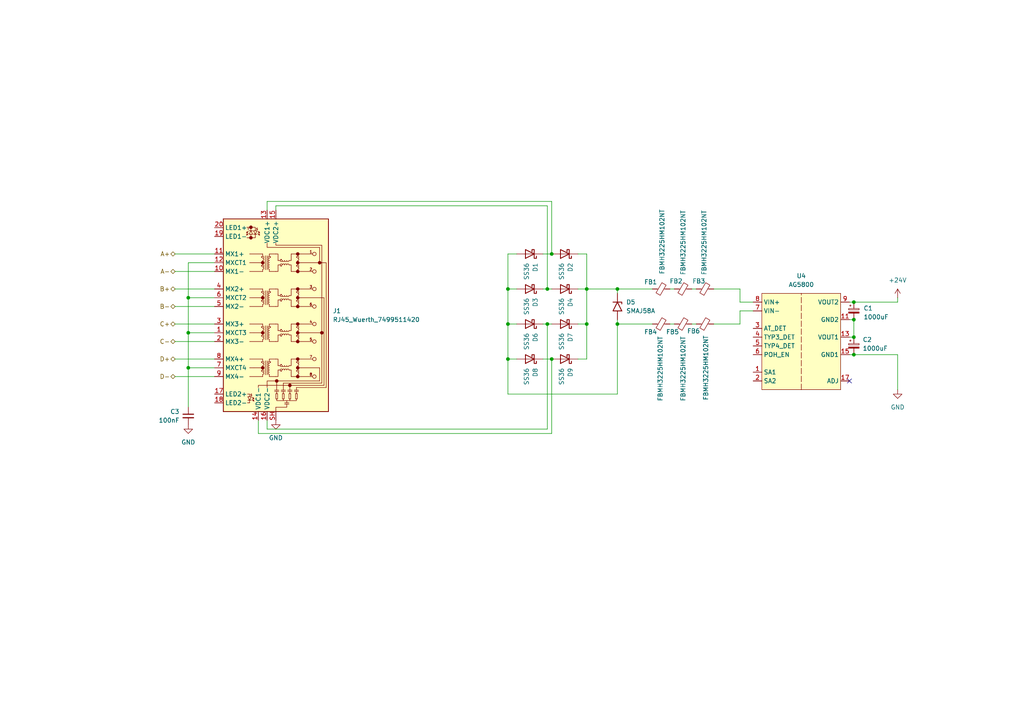
<source format=kicad_sch>
(kicad_sch
	(version 20250114)
	(generator "eeschema")
	(generator_version "9.0")
	(uuid "1a5a85a2-20c3-4094-bc8c-bf40915dc4cf")
	(paper "A4")
	(lib_symbols
		(symbol "Device:C_Polarized_Small"
			(pin_numbers
				(hide yes)
			)
			(pin_names
				(offset 0.254)
				(hide yes)
			)
			(exclude_from_sim no)
			(in_bom yes)
			(on_board yes)
			(property "Reference" "C"
				(at 0.254 1.778 0)
				(effects
					(font
						(size 1.27 1.27)
					)
					(justify left)
				)
			)
			(property "Value" "C_Polarized_Small"
				(at 0.254 -2.032 0)
				(effects
					(font
						(size 1.27 1.27)
					)
					(justify left)
				)
			)
			(property "Footprint" ""
				(at 0 0 0)
				(effects
					(font
						(size 1.27 1.27)
					)
					(hide yes)
				)
			)
			(property "Datasheet" "~"
				(at 0 0 0)
				(effects
					(font
						(size 1.27 1.27)
					)
					(hide yes)
				)
			)
			(property "Description" "Polarized capacitor, small symbol"
				(at 0 0 0)
				(effects
					(font
						(size 1.27 1.27)
					)
					(hide yes)
				)
			)
			(property "ki_keywords" "cap capacitor"
				(at 0 0 0)
				(effects
					(font
						(size 1.27 1.27)
					)
					(hide yes)
				)
			)
			(property "ki_fp_filters" "CP_*"
				(at 0 0 0)
				(effects
					(font
						(size 1.27 1.27)
					)
					(hide yes)
				)
			)
			(symbol "C_Polarized_Small_0_1"
				(rectangle
					(start -1.524 0.6858)
					(end 1.524 0.3048)
					(stroke
						(width 0)
						(type default)
					)
					(fill
						(type none)
					)
				)
				(rectangle
					(start -1.524 -0.3048)
					(end 1.524 -0.6858)
					(stroke
						(width 0)
						(type default)
					)
					(fill
						(type outline)
					)
				)
				(polyline
					(pts
						(xy -1.27 1.524) (xy -0.762 1.524)
					)
					(stroke
						(width 0)
						(type default)
					)
					(fill
						(type none)
					)
				)
				(polyline
					(pts
						(xy -1.016 1.27) (xy -1.016 1.778)
					)
					(stroke
						(width 0)
						(type default)
					)
					(fill
						(type none)
					)
				)
			)
			(symbol "C_Polarized_Small_1_1"
				(pin passive line
					(at 0 2.54 270)
					(length 1.8542)
					(name "~"
						(effects
							(font
								(size 1.27 1.27)
							)
						)
					)
					(number "1"
						(effects
							(font
								(size 1.27 1.27)
							)
						)
					)
				)
				(pin passive line
					(at 0 -2.54 90)
					(length 1.8542)
					(name "~"
						(effects
							(font
								(size 1.27 1.27)
							)
						)
					)
					(number "2"
						(effects
							(font
								(size 1.27 1.27)
							)
						)
					)
				)
			)
			(embedded_fonts no)
		)
		(symbol "Device:C_Small"
			(pin_numbers
				(hide yes)
			)
			(pin_names
				(offset 0.254)
				(hide yes)
			)
			(exclude_from_sim no)
			(in_bom yes)
			(on_board yes)
			(property "Reference" "C"
				(at 0.254 1.778 0)
				(effects
					(font
						(size 1.27 1.27)
					)
					(justify left)
				)
			)
			(property "Value" "C_Small"
				(at 0.254 -2.032 0)
				(effects
					(font
						(size 1.27 1.27)
					)
					(justify left)
				)
			)
			(property "Footprint" ""
				(at 0 0 0)
				(effects
					(font
						(size 1.27 1.27)
					)
					(hide yes)
				)
			)
			(property "Datasheet" "~"
				(at 0 0 0)
				(effects
					(font
						(size 1.27 1.27)
					)
					(hide yes)
				)
			)
			(property "Description" "Unpolarized capacitor, small symbol"
				(at 0 0 0)
				(effects
					(font
						(size 1.27 1.27)
					)
					(hide yes)
				)
			)
			(property "ki_keywords" "capacitor cap"
				(at 0 0 0)
				(effects
					(font
						(size 1.27 1.27)
					)
					(hide yes)
				)
			)
			(property "ki_fp_filters" "C_*"
				(at 0 0 0)
				(effects
					(font
						(size 1.27 1.27)
					)
					(hide yes)
				)
			)
			(symbol "C_Small_0_1"
				(polyline
					(pts
						(xy -1.524 0.508) (xy 1.524 0.508)
					)
					(stroke
						(width 0.3048)
						(type default)
					)
					(fill
						(type none)
					)
				)
				(polyline
					(pts
						(xy -1.524 -0.508) (xy 1.524 -0.508)
					)
					(stroke
						(width 0.3302)
						(type default)
					)
					(fill
						(type none)
					)
				)
			)
			(symbol "C_Small_1_1"
				(pin passive line
					(at 0 2.54 270)
					(length 2.032)
					(name "~"
						(effects
							(font
								(size 1.27 1.27)
							)
						)
					)
					(number "1"
						(effects
							(font
								(size 1.27 1.27)
							)
						)
					)
				)
				(pin passive line
					(at 0 -2.54 90)
					(length 2.032)
					(name "~"
						(effects
							(font
								(size 1.27 1.27)
							)
						)
					)
					(number "2"
						(effects
							(font
								(size 1.27 1.27)
							)
						)
					)
				)
			)
			(embedded_fonts no)
		)
		(symbol "Device:FerriteBead_Small"
			(pin_numbers
				(hide yes)
			)
			(pin_names
				(offset 0)
			)
			(exclude_from_sim no)
			(in_bom yes)
			(on_board yes)
			(property "Reference" "FB"
				(at 1.905 1.27 0)
				(effects
					(font
						(size 1.27 1.27)
					)
					(justify left)
				)
			)
			(property "Value" "FerriteBead_Small"
				(at 1.905 -1.27 0)
				(effects
					(font
						(size 1.27 1.27)
					)
					(justify left)
				)
			)
			(property "Footprint" ""
				(at -1.778 0 90)
				(effects
					(font
						(size 1.27 1.27)
					)
					(hide yes)
				)
			)
			(property "Datasheet" "~"
				(at 0 0 0)
				(effects
					(font
						(size 1.27 1.27)
					)
					(hide yes)
				)
			)
			(property "Description" "Ferrite bead, small symbol"
				(at 0 0 0)
				(effects
					(font
						(size 1.27 1.27)
					)
					(hide yes)
				)
			)
			(property "ki_keywords" "L ferrite bead inductor filter"
				(at 0 0 0)
				(effects
					(font
						(size 1.27 1.27)
					)
					(hide yes)
				)
			)
			(property "ki_fp_filters" "Inductor_* L_* *Ferrite*"
				(at 0 0 0)
				(effects
					(font
						(size 1.27 1.27)
					)
					(hide yes)
				)
			)
			(symbol "FerriteBead_Small_0_1"
				(polyline
					(pts
						(xy -1.8288 0.2794) (xy -1.1176 1.4986) (xy 1.8288 -0.2032) (xy 1.1176 -1.4224) (xy -1.8288 0.2794)
					)
					(stroke
						(width 0)
						(type default)
					)
					(fill
						(type none)
					)
				)
				(polyline
					(pts
						(xy 0 0.889) (xy 0 1.2954)
					)
					(stroke
						(width 0)
						(type default)
					)
					(fill
						(type none)
					)
				)
				(polyline
					(pts
						(xy 0 -1.27) (xy 0 -0.7874)
					)
					(stroke
						(width 0)
						(type default)
					)
					(fill
						(type none)
					)
				)
			)
			(symbol "FerriteBead_Small_1_1"
				(pin passive line
					(at 0 2.54 270)
					(length 1.27)
					(name "~"
						(effects
							(font
								(size 1.27 1.27)
							)
						)
					)
					(number "1"
						(effects
							(font
								(size 1.27 1.27)
							)
						)
					)
				)
				(pin passive line
					(at 0 -2.54 90)
					(length 1.27)
					(name "~"
						(effects
							(font
								(size 1.27 1.27)
							)
						)
					)
					(number "2"
						(effects
							(font
								(size 1.27 1.27)
							)
						)
					)
				)
			)
			(embedded_fonts no)
		)
		(symbol "Diode:SMAJ58A"
			(pin_numbers
				(hide yes)
			)
			(pin_names
				(offset 1.016)
				(hide yes)
			)
			(exclude_from_sim no)
			(in_bom yes)
			(on_board yes)
			(property "Reference" "D"
				(at 0 2.54 0)
				(effects
					(font
						(size 1.27 1.27)
					)
				)
			)
			(property "Value" "SMAJ58A"
				(at 0 -2.54 0)
				(effects
					(font
						(size 1.27 1.27)
					)
				)
			)
			(property "Footprint" "Diode_SMD:D_SMA"
				(at 0 -5.08 0)
				(effects
					(font
						(size 1.27 1.27)
					)
					(hide yes)
				)
			)
			(property "Datasheet" "https://www.littelfuse.com/media?resourcetype=datasheets&itemid=75e32973-b177-4ee3-a0ff-cedaf1abdb93&filename=smaj-datasheet"
				(at -1.27 0 0)
				(effects
					(font
						(size 1.27 1.27)
					)
					(hide yes)
				)
			)
			(property "Description" "400W unidirectional Transient Voltage Suppressor, 58.0Vr, SMA(DO-214AC)"
				(at 0 0 0)
				(effects
					(font
						(size 1.27 1.27)
					)
					(hide yes)
				)
			)
			(property "ki_keywords" "unidirectional diode TVS voltage suppressor"
				(at 0 0 0)
				(effects
					(font
						(size 1.27 1.27)
					)
					(hide yes)
				)
			)
			(property "ki_fp_filters" "D*SMA*"
				(at 0 0 0)
				(effects
					(font
						(size 1.27 1.27)
					)
					(hide yes)
				)
			)
			(symbol "SMAJ58A_0_1"
				(polyline
					(pts
						(xy -0.762 1.27) (xy -1.27 1.27) (xy -1.27 -1.27)
					)
					(stroke
						(width 0.254)
						(type default)
					)
					(fill
						(type none)
					)
				)
				(polyline
					(pts
						(xy 1.27 1.27) (xy 1.27 -1.27) (xy -1.27 0) (xy 1.27 1.27)
					)
					(stroke
						(width 0.254)
						(type default)
					)
					(fill
						(type none)
					)
				)
			)
			(symbol "SMAJ58A_1_1"
				(pin passive line
					(at -3.81 0 0)
					(length 2.54)
					(name "A1"
						(effects
							(font
								(size 1.27 1.27)
							)
						)
					)
					(number "1"
						(effects
							(font
								(size 1.27 1.27)
							)
						)
					)
				)
				(pin passive line
					(at 3.81 0 180)
					(length 2.54)
					(name "A2"
						(effects
							(font
								(size 1.27 1.27)
							)
						)
					)
					(number "2"
						(effects
							(font
								(size 1.27 1.27)
							)
						)
					)
				)
			)
			(embedded_fonts no)
		)
		(symbol "Diode:SS36"
			(pin_numbers
				(hide yes)
			)
			(pin_names
				(offset 1.016)
				(hide yes)
			)
			(exclude_from_sim no)
			(in_bom yes)
			(on_board yes)
			(property "Reference" "D"
				(at 0 2.54 0)
				(effects
					(font
						(size 1.27 1.27)
					)
				)
			)
			(property "Value" "SS36"
				(at 0 -2.54 0)
				(effects
					(font
						(size 1.27 1.27)
					)
				)
			)
			(property "Footprint" "Diode_SMD:D_SMA"
				(at 0 -4.445 0)
				(effects
					(font
						(size 1.27 1.27)
					)
					(hide yes)
				)
			)
			(property "Datasheet" "https://www.vishay.com/docs/88751/ss32.pdf"
				(at 0 0 0)
				(effects
					(font
						(size 1.27 1.27)
					)
					(hide yes)
				)
			)
			(property "Description" "60V 3A Schottky Diode, SMA"
				(at 0 0 0)
				(effects
					(font
						(size 1.27 1.27)
					)
					(hide yes)
				)
			)
			(property "ki_keywords" "diode Schottky"
				(at 0 0 0)
				(effects
					(font
						(size 1.27 1.27)
					)
					(hide yes)
				)
			)
			(property "ki_fp_filters" "D*SMA*"
				(at 0 0 0)
				(effects
					(font
						(size 1.27 1.27)
					)
					(hide yes)
				)
			)
			(symbol "SS36_0_1"
				(polyline
					(pts
						(xy -1.905 0.635) (xy -1.905 1.27) (xy -1.27 1.27) (xy -1.27 -1.27) (xy -0.635 -1.27) (xy -0.635 -0.635)
					)
					(stroke
						(width 0.254)
						(type default)
					)
					(fill
						(type none)
					)
				)
				(polyline
					(pts
						(xy 1.27 1.27) (xy 1.27 -1.27) (xy -1.27 0) (xy 1.27 1.27)
					)
					(stroke
						(width 0.254)
						(type default)
					)
					(fill
						(type none)
					)
				)
				(polyline
					(pts
						(xy 1.27 0) (xy -1.27 0)
					)
					(stroke
						(width 0)
						(type default)
					)
					(fill
						(type none)
					)
				)
			)
			(symbol "SS36_1_1"
				(pin passive line
					(at -3.81 0 0)
					(length 2.54)
					(name "K"
						(effects
							(font
								(size 1.27 1.27)
							)
						)
					)
					(number "1"
						(effects
							(font
								(size 1.27 1.27)
							)
						)
					)
				)
				(pin passive line
					(at 3.81 0 180)
					(length 2.54)
					(name "A"
						(effects
							(font
								(size 1.27 1.27)
							)
						)
					)
					(number "2"
						(effects
							(font
								(size 1.27 1.27)
							)
						)
					)
				)
			)
			(embedded_fonts no)
		)
		(symbol "Library:AG5800"
			(exclude_from_sim no)
			(in_bom yes)
			(on_board yes)
			(property "Reference" "U"
				(at 0 0 0)
				(effects
					(font
						(size 1.27 1.27)
					)
				)
			)
			(property "Value" "AG5800"
				(at 0 0 0)
				(effects
					(font
						(size 1.27 1.27)
					)
				)
			)
			(property "Footprint" "Library:AG5800"
				(at 0 0 0)
				(effects
					(font
						(size 1.27 1.27)
					)
					(hide yes)
				)
			)
			(property "Datasheet" "https://silvertel.com/images/datasheets/Ag5800-datasheet-%20IEEE802_3bt-Power-over-Ethernet-4-pair-PD.pdf"
				(at 0 0 0)
				(effects
					(font
						(size 1.27 1.27)
					)
					(hide yes)
				)
			)
			(property "Description" ""
				(at 0 0 0)
				(effects
					(font
						(size 1.27 1.27)
					)
					(hide yes)
				)
			)
			(symbol "AG5800_1_1"
				(rectangle
					(start -12.7 -1.27)
					(end 10.16 -29.21)
					(stroke
						(width 0)
						(type default)
					)
					(fill
						(type background)
					)
				)
				(polyline
					(pts
						(xy -1.27 -29.21) (xy -1.27 -1.27)
					)
					(stroke
						(width 0)
						(type dash)
					)
					(fill
						(type none)
					)
				)
				(pin power_in line
					(at -15.24 -3.81 0)
					(length 2.54)
					(name "VIN+"
						(effects
							(font
								(size 1.27 1.27)
							)
						)
					)
					(number "8"
						(effects
							(font
								(size 1.27 1.27)
							)
						)
					)
				)
				(pin power_in line
					(at -15.24 -6.35 0)
					(length 2.54)
					(name "VIN-"
						(effects
							(font
								(size 1.27 1.27)
							)
						)
					)
					(number "7"
						(effects
							(font
								(size 1.27 1.27)
							)
						)
					)
				)
				(pin output line
					(at -15.24 -11.43 0)
					(length 2.54)
					(name "AT_DET"
						(effects
							(font
								(size 1.27 1.27)
							)
						)
					)
					(number "3"
						(effects
							(font
								(size 1.27 1.27)
							)
						)
					)
				)
				(pin output line
					(at -15.24 -13.97 0)
					(length 2.54)
					(name "TYP3_DET"
						(effects
							(font
								(size 1.27 1.27)
							)
						)
					)
					(number "4"
						(effects
							(font
								(size 1.27 1.27)
							)
						)
					)
				)
				(pin output line
					(at -15.24 -16.51 0)
					(length 2.54)
					(name "TYP4_DET"
						(effects
							(font
								(size 1.27 1.27)
							)
						)
					)
					(number "5"
						(effects
							(font
								(size 1.27 1.27)
							)
						)
					)
				)
				(pin output line
					(at -15.24 -19.05 0)
					(length 2.54)
					(name "POH_EN"
						(effects
							(font
								(size 1.27 1.27)
							)
						)
					)
					(number "6"
						(effects
							(font
								(size 1.27 1.27)
							)
						)
					)
				)
				(pin input line
					(at -15.24 -24.13 0)
					(length 2.54)
					(name "SA1"
						(effects
							(font
								(size 1.27 1.27)
							)
						)
					)
					(number "1"
						(effects
							(font
								(size 1.27 1.27)
							)
						)
					)
				)
				(pin input line
					(at -15.24 -26.67 0)
					(length 2.54)
					(name "SA2"
						(effects
							(font
								(size 1.27 1.27)
							)
						)
					)
					(number "2"
						(effects
							(font
								(size 1.27 1.27)
							)
						)
					)
				)
				(pin power_out line
					(at 12.7 -3.81 180)
					(length 2.54)
					(hide yes)
					(name "VOUT2"
						(effects
							(font
								(size 1.27 1.27)
							)
						)
					)
					(number "10"
						(effects
							(font
								(size 1.27 1.27)
							)
						)
					)
				)
				(pin power_out line
					(at 12.7 -3.81 180)
					(length 2.54)
					(name "VOUT2"
						(effects
							(font
								(size 1.27 1.27)
							)
						)
					)
					(number "9"
						(effects
							(font
								(size 1.27 1.27)
							)
						)
					)
				)
				(pin power_in line
					(at 12.7 -8.89 180)
					(length 2.54)
					(name "GND2"
						(effects
							(font
								(size 1.27 1.27)
							)
						)
					)
					(number "11"
						(effects
							(font
								(size 1.27 1.27)
							)
						)
					)
				)
				(pin power_in line
					(at 12.7 -8.89 180)
					(length 2.54)
					(hide yes)
					(name "GND2"
						(effects
							(font
								(size 1.27 1.27)
							)
						)
					)
					(number "12"
						(effects
							(font
								(size 1.27 1.27)
							)
						)
					)
				)
				(pin power_out line
					(at 12.7 -13.97 180)
					(length 2.54)
					(name "VOUT1"
						(effects
							(font
								(size 1.27 1.27)
							)
						)
					)
					(number "13"
						(effects
							(font
								(size 1.27 1.27)
							)
						)
					)
				)
				(pin power_out line
					(at 12.7 -13.97 180)
					(length 2.54)
					(hide yes)
					(name "VOUT1"
						(effects
							(font
								(size 1.27 1.27)
							)
						)
					)
					(number "14"
						(effects
							(font
								(size 1.27 1.27)
							)
						)
					)
				)
				(pin power_in line
					(at 12.7 -19.05 180)
					(length 2.54)
					(name "GND1"
						(effects
							(font
								(size 1.27 1.27)
							)
						)
					)
					(number "15"
						(effects
							(font
								(size 1.27 1.27)
							)
						)
					)
				)
				(pin power_in line
					(at 12.7 -19.05 180)
					(length 2.54)
					(hide yes)
					(name "GND1"
						(effects
							(font
								(size 1.27 1.27)
							)
						)
					)
					(number "16"
						(effects
							(font
								(size 1.27 1.27)
							)
						)
					)
				)
				(pin input line
					(at 12.7 -26.67 180)
					(length 2.54)
					(name "ADJ"
						(effects
							(font
								(size 1.27 1.27)
							)
						)
					)
					(number "17"
						(effects
							(font
								(size 1.27 1.27)
							)
						)
					)
				)
			)
			(embedded_fonts no)
		)
		(symbol "Library:RJ45_Wuerth_7499511420"
			(exclude_from_sim no)
			(in_bom yes)
			(on_board yes)
			(property "Reference" "J"
				(at -15.24 29.21 0)
				(effects
					(font
						(size 1.27 1.27)
					)
					(justify left)
				)
			)
			(property "Value" "RJ45_Wuerth_7499511420"
				(at 14.732 29.21 0)
				(effects
					(font
						(size 1.27 1.27)
					)
				)
			)
			(property "Footprint" "Library:RJ45_Wuerth_7499511420"
				(at -0.127 -32.893 0)
				(effects
					(font
						(size 1.27 1.27)
					)
					(hide yes)
				)
			)
			(property "Datasheet" "https://www.we-online.com/components/products/datasheet/7499511420.pdf"
				(at 0 -35.56 0)
				(effects
					(font
						(size 1.27 1.27)
					)
					(hide yes)
				)
			)
			(property "Description" "WE-RJ45LAN"
				(at 0 0 0)
				(effects
					(font
						(size 1.27 1.27)
					)
					(hide yes)
				)
			)
			(property "ki_keywords" "8P8C RJ socket jack connector POE"
				(at 0 0 0)
				(effects
					(font
						(size 1.27 1.27)
					)
					(hide yes)
				)
			)
			(property "ki_fp_filters" "RJ45*Pulse*JK00177NL*"
				(at 0 0 0)
				(effects
					(font
						(size 1.27 1.27)
					)
					(hide yes)
				)
			)
			(symbol "RJ45_Wuerth_7499511420_0_0"
				(circle
					(center -7.239 25.527)
					(radius 0.0001)
					(stroke
						(width 0.508)
						(type default)
					)
					(fill
						(type none)
					)
				)
				(circle
					(center -7.239 22.479)
					(radius 0.0001)
					(stroke
						(width 0.508)
						(type default)
					)
					(fill
						(type none)
					)
				)
				(circle
					(center -3.81 15.24)
					(radius 0.0001)
					(stroke
						(width 0.508)
						(type default)
					)
					(fill
						(type none)
					)
				)
				(circle
					(center -3.81 5.08)
					(radius 0.0001)
					(stroke
						(width 0.508)
						(type default)
					)
					(fill
						(type none)
					)
				)
				(circle
					(center -3.81 -5.08)
					(radius 0.0001)
					(stroke
						(width 0.508)
						(type default)
					)
					(fill
						(type none)
					)
				)
				(circle
					(center -3.81 -15.24)
					(radius 0.0001)
					(stroke
						(width 0.508)
						(type default)
					)
					(fill
						(type none)
					)
				)
				(circle
					(center 0.254 -19.05)
					(radius 0.0001)
					(stroke
						(width 0.508)
						(type default)
					)
					(fill
						(type none)
					)
				)
				(circle
					(center 4.064 -20.32)
					(radius 0.0001)
					(stroke
						(width 0.508)
						(type default)
					)
					(fill
						(type none)
					)
				)
				(circle
					(center 6.35 17.78)
					(radius 0.0001)
					(stroke
						(width 0.508)
						(type default)
					)
					(fill
						(type none)
					)
				)
				(circle
					(center 6.35 15.24)
					(radius 0.0001)
					(stroke
						(width 0.508)
						(type default)
					)
					(fill
						(type none)
					)
				)
				(circle
					(center 6.35 12.7)
					(radius 0.0001)
					(stroke
						(width 0.508)
						(type default)
					)
					(fill
						(type none)
					)
				)
				(circle
					(center 6.35 7.62)
					(radius 0.0001)
					(stroke
						(width 0.508)
						(type default)
					)
					(fill
						(type none)
					)
				)
				(circle
					(center 6.35 5.08)
					(radius 0.0001)
					(stroke
						(width 0.508)
						(type default)
					)
					(fill
						(type none)
					)
				)
				(circle
					(center 6.35 2.54)
					(radius 0.0001)
					(stroke
						(width 0.508)
						(type default)
					)
					(fill
						(type none)
					)
				)
				(circle
					(center 6.35 -2.54)
					(radius 0.0001)
					(stroke
						(width 0.508)
						(type default)
					)
					(fill
						(type none)
					)
				)
				(circle
					(center 6.35 -5.08)
					(radius 0.0001)
					(stroke
						(width 0.508)
						(type default)
					)
					(fill
						(type none)
					)
				)
				(circle
					(center 6.35 -7.62)
					(radius 0.0001)
					(stroke
						(width 0.508)
						(type default)
					)
					(fill
						(type none)
					)
				)
				(circle
					(center 6.35 -12.7)
					(radius 0.0001)
					(stroke
						(width 0.508)
						(type default)
					)
					(fill
						(type none)
					)
				)
				(circle
					(center 6.35 -15.24)
					(radius 0.0001)
					(stroke
						(width 0.508)
						(type default)
					)
					(fill
						(type none)
					)
				)
				(circle
					(center 6.35 -17.78)
					(radius 0.0001)
					(stroke
						(width 0.508)
						(type default)
					)
					(fill
						(type none)
					)
				)
				(circle
					(center 12.7 15.24)
					(radius 0.0001)
					(stroke
						(width 0.508)
						(type default)
					)
					(fill
						(type none)
					)
				)
				(circle
					(center 13.335 -5.08)
					(radius 0.0001)
					(stroke
						(width 0.508)
						(type default)
					)
					(fill
						(type none)
					)
				)
				(text "Y"
					(at -8.001 25.019 0)
					(effects
						(font
							(size 0.508 0.508)
						)
					)
				)
				(text ""
					(at -7.874 24.892 900)
					(effects
						(font
							(size 1.27 1.27)
						)
					)
				)
				(text "G"
					(at -7.112 -23.114 0)
					(effects
						(font
							(size 0.508 0.508)
						)
					)
				)
				(text "G"
					(at -5.461 25.019 0)
					(effects
						(font
							(size 0.508 0.508)
						)
					)
				)
				(text "1"
					(at 10.16 18.415 0)
					(effects
						(font
							(size 0.762 0.762)
						)
					)
				)
				(text "2"
					(at 10.16 13.335 0)
					(effects
						(font
							(size 0.762 0.762)
						)
					)
				)
				(text "3"
					(at 10.16 8.255 0)
					(effects
						(font
							(size 0.762 0.762)
						)
					)
				)
				(text "6"
					(at 10.16 3.175 0)
					(effects
						(font
							(size 0.762 0.762)
						)
					)
				)
				(text "4"
					(at 10.16 -1.905 0)
					(effects
						(font
							(size 0.762 0.762)
						)
					)
				)
				(text "5"
					(at 10.16 -6.985 0)
					(effects
						(font
							(size 0.762 0.762)
						)
					)
				)
				(text "7"
					(at 10.16 -12.065 0)
					(effects
						(font
							(size 0.762 0.762)
						)
					)
				)
				(text "8"
					(at 10.16 -17.145 0)
					(effects
						(font
							(size 0.762 0.762)
						)
					)
				)
			)
			(symbol "RJ45_Wuerth_7499511420_0_1"
				(rectangle
					(start -15.24 27.94)
					(end 15.24 -27.94)
					(stroke
						(width 0.254)
						(type default)
					)
					(fill
						(type background)
					)
				)
				(polyline
					(pts
						(xy -7.62 17.78) (xy -3.81 17.78)
					)
					(stroke
						(width 0)
						(type default)
					)
					(fill
						(type none)
					)
				)
				(polyline
					(pts
						(xy -7.62 15.24) (xy -6.35 15.24)
					)
					(stroke
						(width 0)
						(type default)
					)
					(fill
						(type none)
					)
				)
				(polyline
					(pts
						(xy -7.62 12.7) (xy -3.81 12.7)
					)
					(stroke
						(width 0)
						(type default)
					)
					(fill
						(type none)
					)
				)
				(polyline
					(pts
						(xy -7.62 7.62) (xy -3.81 7.62)
					)
					(stroke
						(width 0)
						(type default)
					)
					(fill
						(type none)
					)
				)
				(polyline
					(pts
						(xy -7.62 5.08) (xy -6.35 5.08)
					)
					(stroke
						(width 0)
						(type default)
					)
					(fill
						(type none)
					)
				)
				(polyline
					(pts
						(xy -7.62 2.54) (xy -3.81 2.54)
					)
					(stroke
						(width 0)
						(type default)
					)
					(fill
						(type none)
					)
				)
				(polyline
					(pts
						(xy -7.62 -2.54) (xy -3.81 -2.54)
					)
					(stroke
						(width 0)
						(type default)
					)
					(fill
						(type none)
					)
				)
				(polyline
					(pts
						(xy -7.62 -5.08) (xy -6.35 -5.08)
					)
					(stroke
						(width 0)
						(type default)
					)
					(fill
						(type none)
					)
				)
				(polyline
					(pts
						(xy -7.62 -7.62) (xy -3.81 -7.62)
					)
					(stroke
						(width 0)
						(type default)
					)
					(fill
						(type none)
					)
				)
				(polyline
					(pts
						(xy -7.62 -12.7) (xy -3.81 -12.7)
					)
					(stroke
						(width 0)
						(type default)
					)
					(fill
						(type none)
					)
				)
				(polyline
					(pts
						(xy -7.62 -15.24) (xy -6.35 -15.24)
					)
					(stroke
						(width 0)
						(type default)
					)
					(fill
						(type none)
					)
				)
				(polyline
					(pts
						(xy -7.62 -17.78) (xy -3.81 -17.78)
					)
					(stroke
						(width 0)
						(type default)
					)
					(fill
						(type none)
					)
				)
				(polyline
					(pts
						(xy -6.35 15.24) (xy -3.81 15.24)
					)
					(stroke
						(width 0)
						(type default)
					)
					(fill
						(type none)
					)
				)
				(polyline
					(pts
						(xy -6.35 5.08) (xy -3.81 5.08)
					)
					(stroke
						(width 0)
						(type default)
					)
					(fill
						(type none)
					)
				)
				(polyline
					(pts
						(xy -6.35 -5.08) (xy -3.81 -5.08)
					)
					(stroke
						(width 0)
						(type default)
					)
					(fill
						(type none)
					)
				)
				(polyline
					(pts
						(xy -6.35 -15.24) (xy -3.81 -15.24)
					)
					(stroke
						(width 0)
						(type default)
					)
					(fill
						(type none)
					)
				)
				(circle
					(center -4.064 16.891)
					(radius 0.127)
					(stroke
						(width 0)
						(type default)
					)
					(fill
						(type outline)
					)
				)
				(circle
					(center -4.064 14.351)
					(radius 0.127)
					(stroke
						(width 0)
						(type default)
					)
					(fill
						(type outline)
					)
				)
				(circle
					(center -4.064 6.731)
					(radius 0.127)
					(stroke
						(width 0)
						(type default)
					)
					(fill
						(type outline)
					)
				)
				(circle
					(center -4.064 4.191)
					(radius 0.127)
					(stroke
						(width 0)
						(type default)
					)
					(fill
						(type outline)
					)
				)
				(circle
					(center -4.064 -3.429)
					(radius 0.127)
					(stroke
						(width 0)
						(type default)
					)
					(fill
						(type outline)
					)
				)
				(circle
					(center -4.064 -5.969)
					(radius 0.127)
					(stroke
						(width 0)
						(type default)
					)
					(fill
						(type outline)
					)
				)
				(circle
					(center -4.064 -13.589)
					(radius 0.127)
					(stroke
						(width 0)
						(type default)
					)
					(fill
						(type outline)
					)
				)
				(circle
					(center -4.064 -16.129)
					(radius 0.127)
					(stroke
						(width 0)
						(type default)
					)
					(fill
						(type outline)
					)
				)
				(arc
					(start -3.81 17.145)
					(mid -3.5049 16.8275)
					(end -3.81 16.51)
					(stroke
						(width 0)
						(type default)
					)
					(fill
						(type none)
					)
				)
				(arc
					(start -3.81 16.51)
					(mid -3.5049 16.1925)
					(end -3.81 15.875)
					(stroke
						(width 0)
						(type default)
					)
					(fill
						(type none)
					)
				)
				(arc
					(start -3.81 14.605)
					(mid -3.5049 14.2875)
					(end -3.81 13.97)
					(stroke
						(width 0)
						(type default)
					)
					(fill
						(type none)
					)
				)
				(arc
					(start -3.81 13.97)
					(mid -3.5049 13.6525)
					(end -3.81 13.335)
					(stroke
						(width 0)
						(type default)
					)
					(fill
						(type none)
					)
				)
				(arc
					(start -3.81 6.985)
					(mid -3.5049 6.6675)
					(end -3.81 6.35)
					(stroke
						(width 0)
						(type default)
					)
					(fill
						(type none)
					)
				)
				(arc
					(start -3.81 6.35)
					(mid -3.5049 6.0325)
					(end -3.81 5.715)
					(stroke
						(width 0)
						(type default)
					)
					(fill
						(type none)
					)
				)
				(arc
					(start -3.81 4.445)
					(mid -3.5049 4.1275)
					(end -3.81 3.81)
					(stroke
						(width 0)
						(type default)
					)
					(fill
						(type none)
					)
				)
				(arc
					(start -3.81 3.81)
					(mid -3.5049 3.4925)
					(end -3.81 3.175)
					(stroke
						(width 0)
						(type default)
					)
					(fill
						(type none)
					)
				)
				(arc
					(start -3.81 -3.175)
					(mid -3.5049 -3.4925)
					(end -3.81 -3.81)
					(stroke
						(width 0)
						(type default)
					)
					(fill
						(type none)
					)
				)
				(arc
					(start -3.81 -3.81)
					(mid -3.5049 -4.1275)
					(end -3.81 -4.445)
					(stroke
						(width 0)
						(type default)
					)
					(fill
						(type none)
					)
				)
				(arc
					(start -3.81 -5.715)
					(mid -3.5049 -6.0325)
					(end -3.81 -6.35)
					(stroke
						(width 0)
						(type default)
					)
					(fill
						(type none)
					)
				)
				(arc
					(start -3.81 -6.35)
					(mid -3.5049 -6.6675)
					(end -3.81 -6.985)
					(stroke
						(width 0)
						(type default)
					)
					(fill
						(type none)
					)
				)
				(arc
					(start -3.81 -13.335)
					(mid -3.5049 -13.6525)
					(end -3.81 -13.97)
					(stroke
						(width 0)
						(type default)
					)
					(fill
						(type none)
					)
				)
				(arc
					(start -3.81 -13.97)
					(mid -3.5049 -14.2875)
					(end -3.81 -14.605)
					(stroke
						(width 0)
						(type default)
					)
					(fill
						(type none)
					)
				)
				(arc
					(start -3.81 -15.875)
					(mid -3.5049 -16.1925)
					(end -3.81 -16.51)
					(stroke
						(width 0)
						(type default)
					)
					(fill
						(type none)
					)
				)
				(arc
					(start -3.81 -16.51)
					(mid -3.5049 -16.8275)
					(end -3.81 -17.145)
					(stroke
						(width 0)
						(type default)
					)
					(fill
						(type none)
					)
				)
				(polyline
					(pts
						(xy -3.81 17.78) (xy -3.81 17.145)
					)
					(stroke
						(width 0)
						(type default)
					)
					(fill
						(type none)
					)
				)
				(polyline
					(pts
						(xy -3.81 15.24) (xy -3.81 15.875)
					)
					(stroke
						(width 0)
						(type default)
					)
					(fill
						(type none)
					)
				)
				(polyline
					(pts
						(xy -3.81 15.24) (xy -3.81 14.605)
					)
					(stroke
						(width 0)
						(type default)
					)
					(fill
						(type none)
					)
				)
				(polyline
					(pts
						(xy -3.81 12.7) (xy -3.81 13.335)
					)
					(stroke
						(width 0)
						(type default)
					)
					(fill
						(type none)
					)
				)
				(polyline
					(pts
						(xy -3.81 7.62) (xy -3.81 6.985)
					)
					(stroke
						(width 0)
						(type default)
					)
					(fill
						(type none)
					)
				)
				(polyline
					(pts
						(xy -3.81 5.08) (xy -3.81 5.715)
					)
					(stroke
						(width 0)
						(type default)
					)
					(fill
						(type none)
					)
				)
				(polyline
					(pts
						(xy -3.81 5.08) (xy -3.81 4.445)
					)
					(stroke
						(width 0)
						(type default)
					)
					(fill
						(type none)
					)
				)
				(polyline
					(pts
						(xy -3.81 2.54) (xy -3.81 3.175)
					)
					(stroke
						(width 0)
						(type default)
					)
					(fill
						(type none)
					)
				)
				(polyline
					(pts
						(xy -3.81 -2.54) (xy -3.81 -3.175)
					)
					(stroke
						(width 0)
						(type default)
					)
					(fill
						(type none)
					)
				)
				(polyline
					(pts
						(xy -3.81 -5.08) (xy -3.81 -4.445)
					)
					(stroke
						(width 0)
						(type default)
					)
					(fill
						(type none)
					)
				)
				(polyline
					(pts
						(xy -3.81 -5.08) (xy -3.81 -5.715)
					)
					(stroke
						(width 0)
						(type default)
					)
					(fill
						(type none)
					)
				)
				(polyline
					(pts
						(xy -3.81 -7.62) (xy -3.81 -6.985)
					)
					(stroke
						(width 0)
						(type default)
					)
					(fill
						(type none)
					)
				)
				(polyline
					(pts
						(xy -3.81 -12.7) (xy -3.81 -13.335)
					)
					(stroke
						(width 0)
						(type default)
					)
					(fill
						(type none)
					)
				)
				(polyline
					(pts
						(xy -3.81 -15.24) (xy -3.81 -14.605)
					)
					(stroke
						(width 0)
						(type default)
					)
					(fill
						(type none)
					)
				)
				(polyline
					(pts
						(xy -3.81 -15.24) (xy -3.81 -15.875)
					)
					(stroke
						(width 0)
						(type default)
					)
					(fill
						(type none)
					)
				)
				(polyline
					(pts
						(xy -3.81 -17.78) (xy -3.81 -17.145)
					)
					(stroke
						(width 0)
						(type default)
					)
					(fill
						(type none)
					)
				)
				(polyline
					(pts
						(xy -3.048 13.208) (xy -3.048 17.272)
					)
					(stroke
						(width 0)
						(type default)
					)
					(fill
						(type none)
					)
				)
				(polyline
					(pts
						(xy -3.048 3.048) (xy -3.048 7.112)
					)
					(stroke
						(width 0)
						(type default)
					)
					(fill
						(type none)
					)
				)
				(polyline
					(pts
						(xy -3.048 -7.112) (xy -3.048 -3.048)
					)
					(stroke
						(width 0)
						(type default)
					)
					(fill
						(type none)
					)
				)
				(polyline
					(pts
						(xy -3.048 -17.272) (xy -3.048 -13.208)
					)
					(stroke
						(width 0)
						(type default)
					)
					(fill
						(type none)
					)
				)
				(polyline
					(pts
						(xy -2.54 20.955) (xy -2.54 19.685) (xy 12.7 19.685) (xy 12.7 15.24)
					)
					(stroke
						(width 0.1524)
						(type default)
					)
					(fill
						(type none)
					)
				)
				(polyline
					(pts
						(xy -2.54 13.208) (xy -2.54 17.272)
					)
					(stroke
						(width 0)
						(type default)
					)
					(fill
						(type none)
					)
				)
				(polyline
					(pts
						(xy -2.54 3.048) (xy -2.54 7.112)
					)
					(stroke
						(width 0)
						(type default)
					)
					(fill
						(type none)
					)
				)
				(polyline
					(pts
						(xy -2.54 -7.112) (xy -2.54 -3.048)
					)
					(stroke
						(width 0)
						(type default)
					)
					(fill
						(type none)
					)
				)
				(polyline
					(pts
						(xy -2.54 -17.272) (xy -2.54 -13.208)
					)
					(stroke
						(width 0)
						(type default)
					)
					(fill
						(type none)
					)
				)
				(polyline
					(pts
						(xy -2.54 -20.955) (xy -2.54 -19.05) (xy 0.254 -19.05)
					)
					(stroke
						(width 0.1524)
						(type default)
					)
					(fill
						(type none)
					)
				)
				(polyline
					(pts
						(xy -1.905 17.145) (xy -1.905 17.78) (xy 0 17.78)
					)
					(stroke
						(width 0)
						(type default)
					)
					(fill
						(type none)
					)
				)
				(polyline
					(pts
						(xy -1.905 13.335) (xy -1.905 12.7) (xy 0 12.7)
					)
					(stroke
						(width 0)
						(type default)
					)
					(fill
						(type none)
					)
				)
				(polyline
					(pts
						(xy -1.905 6.985) (xy -1.905 7.62) (xy 0 7.62)
					)
					(stroke
						(width 0)
						(type default)
					)
					(fill
						(type none)
					)
				)
				(polyline
					(pts
						(xy -1.905 3.175) (xy -1.905 2.54) (xy 0 2.54)
					)
					(stroke
						(width 0)
						(type default)
					)
					(fill
						(type none)
					)
				)
				(polyline
					(pts
						(xy -1.905 -3.175) (xy -1.905 -2.54) (xy 0 -2.54)
					)
					(stroke
						(width 0)
						(type default)
					)
					(fill
						(type none)
					)
				)
				(polyline
					(pts
						(xy -1.905 -6.985) (xy -1.905 -7.62) (xy 0 -7.62)
					)
					(stroke
						(width 0)
						(type default)
					)
					(fill
						(type none)
					)
				)
				(polyline
					(pts
						(xy -1.905 -13.335) (xy -1.905 -12.7) (xy 0 -12.7)
					)
					(stroke
						(width 0)
						(type default)
					)
					(fill
						(type none)
					)
				)
				(polyline
					(pts
						(xy -1.905 -17.145) (xy -1.905 -17.78) (xy 0 -17.78)
					)
					(stroke
						(width 0)
						(type default)
					)
					(fill
						(type none)
					)
				)
				(arc
					(start -1.905 16.51)
					(mid -2.2101 16.8275)
					(end -1.905 17.145)
					(stroke
						(width 0)
						(type default)
					)
					(fill
						(type none)
					)
				)
				(arc
					(start -1.905 15.875)
					(mid -2.2101 16.1925)
					(end -1.905 16.51)
					(stroke
						(width 0)
						(type default)
					)
					(fill
						(type none)
					)
				)
				(arc
					(start -1.905 15.24)
					(mid -2.2101 15.5575)
					(end -1.905 15.875)
					(stroke
						(width 0)
						(type default)
					)
					(fill
						(type none)
					)
				)
				(arc
					(start -1.905 14.605)
					(mid -2.2101 14.9225)
					(end -1.905 15.24)
					(stroke
						(width 0)
						(type default)
					)
					(fill
						(type none)
					)
				)
				(arc
					(start -1.905 13.97)
					(mid -2.2101 14.2875)
					(end -1.905 14.605)
					(stroke
						(width 0)
						(type default)
					)
					(fill
						(type none)
					)
				)
				(arc
					(start -1.905 13.335)
					(mid -2.2101 13.6525)
					(end -1.905 13.97)
					(stroke
						(width 0)
						(type default)
					)
					(fill
						(type none)
					)
				)
				(arc
					(start -1.905 6.35)
					(mid -2.2101 6.6675)
					(end -1.905 6.985)
					(stroke
						(width 0)
						(type default)
					)
					(fill
						(type none)
					)
				)
				(arc
					(start -1.905 5.715)
					(mid -2.2101 6.0325)
					(end -1.905 6.35)
					(stroke
						(width 0)
						(type default)
					)
					(fill
						(type none)
					)
				)
				(arc
					(start -1.905 5.08)
					(mid -2.2101 5.3975)
					(end -1.905 5.715)
					(stroke
						(width 0)
						(type default)
					)
					(fill
						(type none)
					)
				)
				(arc
					(start -1.905 4.445)
					(mid -2.2101 4.7625)
					(end -1.905 5.08)
					(stroke
						(width 0)
						(type default)
					)
					(fill
						(type none)
					)
				)
				(arc
					(start -1.905 3.81)
					(mid -2.2101 4.1275)
					(end -1.905 4.445)
					(stroke
						(width 0)
						(type default)
					)
					(fill
						(type none)
					)
				)
				(arc
					(start -1.905 3.175)
					(mid -2.2101 3.4925)
					(end -1.905 3.81)
					(stroke
						(width 0)
						(type default)
					)
					(fill
						(type none)
					)
				)
				(arc
					(start -1.905 -3.81)
					(mid -2.2101 -3.4925)
					(end -1.905 -3.175)
					(stroke
						(width 0)
						(type default)
					)
					(fill
						(type none)
					)
				)
				(arc
					(start -1.905 -4.445)
					(mid -2.2101 -4.1275)
					(end -1.905 -3.81)
					(stroke
						(width 0)
						(type default)
					)
					(fill
						(type none)
					)
				)
				(arc
					(start -1.905 -5.08)
					(mid -2.2101 -4.7625)
					(end -1.905 -4.445)
					(stroke
						(width 0)
						(type default)
					)
					(fill
						(type none)
					)
				)
				(arc
					(start -1.905 -5.715)
					(mid -2.2101 -5.3975)
					(end -1.905 -5.08)
					(stroke
						(width 0)
						(type default)
					)
					(fill
						(type none)
					)
				)
				(arc
					(start -1.905 -6.35)
					(mid -2.2101 -6.0325)
					(end -1.905 -5.715)
					(stroke
						(width 0)
						(type default)
					)
					(fill
						(type none)
					)
				)
				(arc
					(start -1.905 -6.985)
					(mid -2.2101 -6.6675)
					(end -1.905 -6.35)
					(stroke
						(width 0)
						(type default)
					)
					(fill
						(type none)
					)
				)
				(arc
					(start -1.905 -13.97)
					(mid -2.2101 -13.6525)
					(end -1.905 -13.335)
					(stroke
						(width 0)
						(type default)
					)
					(fill
						(type none)
					)
				)
				(arc
					(start -1.905 -14.605)
					(mid -2.2101 -14.2875)
					(end -1.905 -13.97)
					(stroke
						(width 0)
						(type default)
					)
					(fill
						(type none)
					)
				)
				(arc
					(start -1.905 -15.24)
					(mid -2.2101 -14.9225)
					(end -1.905 -14.605)
					(stroke
						(width 0)
						(type default)
					)
					(fill
						(type none)
					)
				)
				(arc
					(start -1.905 -15.875)
					(mid -2.2101 -15.5575)
					(end -1.905 -15.24)
					(stroke
						(width 0)
						(type default)
					)
					(fill
						(type none)
					)
				)
				(arc
					(start -1.905 -16.51)
					(mid -2.2101 -16.1925)
					(end -1.905 -15.875)
					(stroke
						(width 0)
						(type default)
					)
					(fill
						(type none)
					)
				)
				(arc
					(start -1.905 -17.145)
					(mid -2.2101 -16.8275)
					(end -1.905 -16.51)
					(stroke
						(width 0)
						(type default)
					)
					(fill
						(type none)
					)
				)
				(circle
					(center -1.651 16.891)
					(radius 0.127)
					(stroke
						(width 0)
						(type default)
					)
					(fill
						(type outline)
					)
				)
				(circle
					(center -1.651 6.731)
					(radius 0.127)
					(stroke
						(width 0)
						(type default)
					)
					(fill
						(type outline)
					)
				)
				(circle
					(center -1.651 -3.429)
					(radius 0.127)
					(stroke
						(width 0)
						(type default)
					)
					(fill
						(type outline)
					)
				)
				(circle
					(center -1.651 -13.589)
					(radius 0.127)
					(stroke
						(width 0)
						(type default)
					)
					(fill
						(type outline)
					)
				)
				(polyline
					(pts
						(xy -0.381 -21.717) (xy 0.889 -21.717)
					)
					(stroke
						(width 0.1524)
						(type default)
					)
					(fill
						(type none)
					)
				)
				(polyline
					(pts
						(xy -0.381 -22.098) (xy 0.889 -22.098)
					)
					(stroke
						(width 0.1524)
						(type default)
					)
					(fill
						(type none)
					)
				)
				(polyline
					(pts
						(xy 0 17.78) (xy 0.635 17.78) (xy 0.635 15.875)
					)
					(stroke
						(width 0)
						(type default)
					)
					(fill
						(type none)
					)
				)
				(polyline
					(pts
						(xy 0 12.7) (xy 0.635 12.7) (xy 0.635 14.605) (xy 1.27 14.605)
					)
					(stroke
						(width 0)
						(type default)
					)
					(fill
						(type none)
					)
				)
				(polyline
					(pts
						(xy 0 7.62) (xy 0.635 7.62) (xy 0.635 5.715)
					)
					(stroke
						(width 0)
						(type default)
					)
					(fill
						(type none)
					)
				)
				(polyline
					(pts
						(xy 0 2.54) (xy 0.635 2.54) (xy 0.635 4.445) (xy 1.27 4.445)
					)
					(stroke
						(width 0)
						(type default)
					)
					(fill
						(type none)
					)
				)
				(polyline
					(pts
						(xy 0 -2.54) (xy 0.635 -2.54) (xy 0.635 -4.445)
					)
					(stroke
						(width 0)
						(type default)
					)
					(fill
						(type none)
					)
				)
				(polyline
					(pts
						(xy 0 -7.62) (xy 0.635 -7.62) (xy 0.635 -5.715) (xy 1.27 -5.715)
					)
					(stroke
						(width 0)
						(type default)
					)
					(fill
						(type none)
					)
				)
				(polyline
					(pts
						(xy 0 -12.7) (xy 0.635 -12.7) (xy 0.635 -14.605)
					)
					(stroke
						(width 0)
						(type default)
					)
					(fill
						(type none)
					)
				)
				(polyline
					(pts
						(xy 0 -17.78) (xy 0.635 -17.78) (xy 0.635 -15.875) (xy 1.27 -15.875)
					)
					(stroke
						(width 0)
						(type default)
					)
					(fill
						(type none)
					)
				)
				(rectangle
					(start 0 -22.733)
					(end 0.508 -24.257)
					(stroke
						(width 0.1524)
						(type default)
					)
					(fill
						(type none)
					)
				)
				(polyline
					(pts
						(xy 0 -26.67) (xy 3.175 -26.67) (xy 3.175 -25.781)
					)
					(stroke
						(width 0.1524)
						(type default)
					)
					(fill
						(type none)
					)
				)
				(polyline
					(pts
						(xy 0 -27.94) (xy 0 -26.67)
					)
					(stroke
						(width 0.1524)
						(type default)
					)
					(fill
						(type none)
					)
				)
				(polyline
					(pts
						(xy 0.254 -19.05) (xy 12.7 -19.05)
					)
					(stroke
						(width 0)
						(type default)
					)
					(fill
						(type none)
					)
				)
				(polyline
					(pts
						(xy 0.254 -21.717) (xy 0.254 -19.05)
					)
					(stroke
						(width 0.1524)
						(type default)
					)
					(fill
						(type none)
					)
				)
				(rectangle
					(start 0.254 -22.733)
					(end 0.254 -22.098)
					(stroke
						(width 0.1524)
						(type default)
					)
					(fill
						(type none)
					)
				)
				(polyline
					(pts
						(xy 0.254 -24.257) (xy 0.254 -24.765) (xy 5.969 -24.765) (xy 5.969 -24.257)
					)
					(stroke
						(width 0.1524)
						(type default)
					)
					(fill
						(type none)
					)
				)
				(polyline
					(pts
						(xy 0.635 15.875) (xy 1.27 15.875)
					)
					(stroke
						(width 0)
						(type default)
					)
					(fill
						(type none)
					)
				)
				(polyline
					(pts
						(xy 0.635 5.715) (xy 1.27 5.715)
					)
					(stroke
						(width 0)
						(type default)
					)
					(fill
						(type none)
					)
				)
				(polyline
					(pts
						(xy 0.635 -4.445) (xy 1.27 -4.445)
					)
					(stroke
						(width 0)
						(type default)
					)
					(fill
						(type none)
					)
				)
				(polyline
					(pts
						(xy 0.635 -14.605) (xy 1.27 -14.605)
					)
					(stroke
						(width 0)
						(type default)
					)
					(fill
						(type none)
					)
				)
				(circle
					(center 1.524 16.129)
					(radius 0.127)
					(stroke
						(width 0)
						(type default)
					)
					(fill
						(type outline)
					)
				)
				(circle
					(center 1.524 14.351)
					(radius 0.127)
					(stroke
						(width 0)
						(type default)
					)
					(fill
						(type outline)
					)
				)
				(circle
					(center 1.524 5.969)
					(radius 0.127)
					(stroke
						(width 0)
						(type default)
					)
					(fill
						(type outline)
					)
				)
				(circle
					(center 1.524 4.191)
					(radius 0.127)
					(stroke
						(width 0)
						(type default)
					)
					(fill
						(type outline)
					)
				)
				(circle
					(center 1.524 -4.191)
					(radius 0.127)
					(stroke
						(width 0)
						(type default)
					)
					(fill
						(type outline)
					)
				)
				(circle
					(center 1.524 -5.969)
					(radius 0.127)
					(stroke
						(width 0)
						(type default)
					)
					(fill
						(type outline)
					)
				)
				(circle
					(center 1.524 -14.351)
					(radius 0.127)
					(stroke
						(width 0)
						(type default)
					)
					(fill
						(type outline)
					)
				)
				(circle
					(center 1.524 -16.129)
					(radius 0.127)
					(stroke
						(width 0)
						(type default)
					)
					(fill
						(type outline)
					)
				)
				(polyline
					(pts
						(xy 1.524 -21.717) (xy 2.794 -21.717)
					)
					(stroke
						(width 0.1524)
						(type default)
					)
					(fill
						(type none)
					)
				)
				(polyline
					(pts
						(xy 1.524 -22.098) (xy 2.794 -22.098)
					)
					(stroke
						(width 0.1524)
						(type default)
					)
					(fill
						(type none)
					)
				)
				(arc
					(start 1.905 15.875)
					(mid 1.5875 15.5699)
					(end 1.27 15.875)
					(stroke
						(width 0)
						(type default)
					)
					(fill
						(type none)
					)
				)
				(arc
					(start 1.27 14.605)
					(mid 1.5875 14.9101)
					(end 1.905 14.605)
					(stroke
						(width 0)
						(type default)
					)
					(fill
						(type none)
					)
				)
				(arc
					(start 1.905 5.715)
					(mid 1.5875 5.4099)
					(end 1.27 5.715)
					(stroke
						(width 0)
						(type default)
					)
					(fill
						(type none)
					)
				)
				(arc
					(start 1.27 4.445)
					(mid 1.5875 4.7501)
					(end 1.905 4.445)
					(stroke
						(width 0)
						(type default)
					)
					(fill
						(type none)
					)
				)
				(arc
					(start 1.905 -4.445)
					(mid 1.5875 -4.7501)
					(end 1.27 -4.445)
					(stroke
						(width 0)
						(type default)
					)
					(fill
						(type none)
					)
				)
				(arc
					(start 1.27 -5.715)
					(mid 1.5875 -5.4099)
					(end 1.905 -5.715)
					(stroke
						(width 0)
						(type default)
					)
					(fill
						(type none)
					)
				)
				(arc
					(start 1.905 -14.605)
					(mid 1.5875 -14.9101)
					(end 1.27 -14.605)
					(stroke
						(width 0)
						(type default)
					)
					(fill
						(type none)
					)
				)
				(arc
					(start 1.27 -15.875)
					(mid 1.5875 -15.5699)
					(end 1.905 -15.875)
					(stroke
						(width 0)
						(type default)
					)
					(fill
						(type none)
					)
				)
				(rectangle
					(start 1.905 -22.733)
					(end 2.413 -24.257)
					(stroke
						(width 0.1524)
						(type default)
					)
					(fill
						(type none)
					)
				)
				(polyline
					(pts
						(xy 2.159 -21.717) (xy 2.159 -19.685)
					)
					(stroke
						(width 0.1524)
						(type default)
					)
					(fill
						(type none)
					)
				)
				(rectangle
					(start 2.159 -22.733)
					(end 2.159 -22.098)
					(stroke
						(width 0.1524)
						(type default)
					)
					(fill
						(type none)
					)
				)
				(polyline
					(pts
						(xy 2.159 -24.257) (xy 2.159 -24.765)
					)
					(stroke
						(width 0.1524)
						(type default)
					)
					(fill
						(type none)
					)
				)
				(arc
					(start 2.54 15.875)
					(mid 2.2225 15.5699)
					(end 1.905 15.875)
					(stroke
						(width 0)
						(type default)
					)
					(fill
						(type none)
					)
				)
				(arc
					(start 1.905 14.605)
					(mid 2.2225 14.9101)
					(end 2.54 14.605)
					(stroke
						(width 0)
						(type default)
					)
					(fill
						(type none)
					)
				)
				(arc
					(start 2.54 5.715)
					(mid 2.2225 5.4099)
					(end 1.905 5.715)
					(stroke
						(width 0)
						(type default)
					)
					(fill
						(type none)
					)
				)
				(arc
					(start 1.905 4.445)
					(mid 2.2225 4.7501)
					(end 2.54 4.445)
					(stroke
						(width 0)
						(type default)
					)
					(fill
						(type none)
					)
				)
				(arc
					(start 2.54 -4.445)
					(mid 2.2225 -4.7501)
					(end 1.905 -4.445)
					(stroke
						(width 0)
						(type default)
					)
					(fill
						(type none)
					)
				)
				(arc
					(start 1.905 -5.715)
					(mid 2.2225 -5.4099)
					(end 2.54 -5.715)
					(stroke
						(width 0)
						(type default)
					)
					(fill
						(type none)
					)
				)
				(arc
					(start 2.54 -14.605)
					(mid 2.2225 -14.9101)
					(end 1.905 -14.605)
					(stroke
						(width 0)
						(type default)
					)
					(fill
						(type none)
					)
				)
				(arc
					(start 1.905 -15.875)
					(mid 2.2225 -15.5699)
					(end 2.54 -15.875)
					(stroke
						(width 0)
						(type default)
					)
					(fill
						(type none)
					)
				)
				(arc
					(start 3.175 15.875)
					(mid 2.8575 15.5699)
					(end 2.54 15.875)
					(stroke
						(width 0)
						(type default)
					)
					(fill
						(type none)
					)
				)
				(arc
					(start 2.54 14.605)
					(mid 2.8575 14.9101)
					(end 3.175 14.605)
					(stroke
						(width 0)
						(type default)
					)
					(fill
						(type none)
					)
				)
				(arc
					(start 3.175 5.715)
					(mid 2.8575 5.4099)
					(end 2.54 5.715)
					(stroke
						(width 0)
						(type default)
					)
					(fill
						(type none)
					)
				)
				(arc
					(start 2.54 4.445)
					(mid 2.8575 4.7501)
					(end 3.175 4.445)
					(stroke
						(width 0)
						(type default)
					)
					(fill
						(type none)
					)
				)
				(arc
					(start 3.175 -4.445)
					(mid 2.8575 -4.7501)
					(end 2.54 -4.445)
					(stroke
						(width 0)
						(type default)
					)
					(fill
						(type none)
					)
				)
				(arc
					(start 2.54 -5.715)
					(mid 2.8575 -5.4099)
					(end 3.175 -5.715)
					(stroke
						(width 0)
						(type default)
					)
					(fill
						(type none)
					)
				)
				(arc
					(start 3.175 -14.605)
					(mid 2.8575 -14.9101)
					(end 2.54 -14.605)
					(stroke
						(width 0)
						(type default)
					)
					(fill
						(type none)
					)
				)
				(arc
					(start 2.54 -15.875)
					(mid 2.8575 -15.5699)
					(end 3.175 -15.875)
					(stroke
						(width 0)
						(type default)
					)
					(fill
						(type none)
					)
				)
				(rectangle
					(start 3.175 -24.765)
					(end 3.175 -25.4)
					(stroke
						(width 0.1524)
						(type default)
					)
					(fill
						(type none)
					)
				)
				(polyline
					(pts
						(xy 3.429 -21.717) (xy 4.699 -21.717)
					)
					(stroke
						(width 0.1524)
						(type default)
					)
					(fill
						(type none)
					)
				)
				(polyline
					(pts
						(xy 3.429 -22.098) (xy 4.699 -22.098)
					)
					(stroke
						(width 0.1524)
						(type default)
					)
					(fill
						(type none)
					)
				)
				(arc
					(start 3.81 15.875)
					(mid 3.4925 15.5699)
					(end 3.175 15.875)
					(stroke
						(width 0)
						(type default)
					)
					(fill
						(type none)
					)
				)
				(arc
					(start 3.175 14.605)
					(mid 3.4925 14.9101)
					(end 3.81 14.605)
					(stroke
						(width 0)
						(type default)
					)
					(fill
						(type none)
					)
				)
				(arc
					(start 3.81 5.715)
					(mid 3.4925 5.4099)
					(end 3.175 5.715)
					(stroke
						(width 0)
						(type default)
					)
					(fill
						(type none)
					)
				)
				(arc
					(start 3.175 4.445)
					(mid 3.4925 4.7501)
					(end 3.81 4.445)
					(stroke
						(width 0)
						(type default)
					)
					(fill
						(type none)
					)
				)
				(arc
					(start 3.81 -4.445)
					(mid 3.4925 -4.7501)
					(end 3.175 -4.445)
					(stroke
						(width 0)
						(type default)
					)
					(fill
						(type none)
					)
				)
				(arc
					(start 3.175 -5.715)
					(mid 3.4925 -5.4099)
					(end 3.81 -5.715)
					(stroke
						(width 0)
						(type default)
					)
					(fill
						(type none)
					)
				)
				(arc
					(start 3.81 -14.605)
					(mid 3.4925 -14.9101)
					(end 3.175 -14.605)
					(stroke
						(width 0)
						(type default)
					)
					(fill
						(type none)
					)
				)
				(arc
					(start 3.175 -15.875)
					(mid 3.4925 -15.5699)
					(end 3.81 -15.875)
					(stroke
						(width 0)
						(type default)
					)
					(fill
						(type none)
					)
				)
				(polyline
					(pts
						(xy 3.81 15.875) (xy 4.445 15.875) (xy 4.445 17.78)
					)
					(stroke
						(width 0)
						(type default)
					)
					(fill
						(type none)
					)
				)
				(polyline
					(pts
						(xy 3.81 14.605) (xy 4.445 14.605) (xy 4.445 12.7)
					)
					(stroke
						(width 0)
						(type default)
					)
					(fill
						(type none)
					)
				)
				(polyline
					(pts
						(xy 3.81 5.715) (xy 4.445 5.715) (xy 4.445 7.62)
					)
					(stroke
						(width 0)
						(type default)
					)
					(fill
						(type none)
					)
				)
				(polyline
					(pts
						(xy 3.81 4.445) (xy 4.445 4.445) (xy 4.445 2.54)
					)
					(stroke
						(width 0)
						(type default)
					)
					(fill
						(type none)
					)
				)
				(polyline
					(pts
						(xy 3.81 -4.445) (xy 4.445 -4.445) (xy 4.445 -2.54)
					)
					(stroke
						(width 0)
						(type default)
					)
					(fill
						(type none)
					)
				)
				(polyline
					(pts
						(xy 3.81 -5.715) (xy 4.445 -5.715) (xy 4.445 -7.62)
					)
					(stroke
						(width 0)
						(type default)
					)
					(fill
						(type none)
					)
				)
				(polyline
					(pts
						(xy 3.81 -14.605) (xy 4.445 -14.605) (xy 4.445 -12.7)
					)
					(stroke
						(width 0)
						(type default)
					)
					(fill
						(type none)
					)
				)
				(polyline
					(pts
						(xy 3.81 -15.875) (xy 4.445 -15.875) (xy 4.445 -17.78)
					)
					(stroke
						(width 0)
						(type default)
					)
					(fill
						(type none)
					)
				)
				(rectangle
					(start 3.81 -22.733)
					(end 4.318 -24.257)
					(stroke
						(width 0.1524)
						(type default)
					)
					(fill
						(type none)
					)
				)
				(polyline
					(pts
						(xy 3.81 -25.4) (xy 2.54 -25.4)
					)
					(stroke
						(width 0.1524)
						(type default)
					)
					(fill
						(type none)
					)
				)
				(polyline
					(pts
						(xy 3.81 -25.781) (xy 2.54 -25.781)
					)
					(stroke
						(width 0.1524)
						(type default)
					)
					(fill
						(type none)
					)
				)
				(polyline
					(pts
						(xy 4.064 -20.32) (xy -5.08 -20.32) (xy -5.08 -20.955)
					)
					(stroke
						(width 0.1524)
						(type default)
					)
					(fill
						(type none)
					)
				)
				(polyline
					(pts
						(xy 4.064 -21.717) (xy 4.064 -20.32)
					)
					(stroke
						(width 0.1524)
						(type default)
					)
					(fill
						(type none)
					)
				)
				(rectangle
					(start 4.064 -22.733)
					(end 4.064 -22.098)
					(stroke
						(width 0.1524)
						(type default)
					)
					(fill
						(type none)
					)
				)
				(polyline
					(pts
						(xy 4.064 -24.257) (xy 4.064 -24.765)
					)
					(stroke
						(width 0.1524)
						(type default)
					)
					(fill
						(type none)
					)
				)
				(polyline
					(pts
						(xy 4.445 17.78) (xy 6.35 17.78)
					)
					(stroke
						(width 0)
						(type default)
					)
					(fill
						(type none)
					)
				)
				(polyline
					(pts
						(xy 4.445 12.7) (xy 6.35 12.7)
					)
					(stroke
						(width 0)
						(type default)
					)
					(fill
						(type none)
					)
				)
				(polyline
					(pts
						(xy 4.445 7.62) (xy 6.35 7.62)
					)
					(stroke
						(width 0)
						(type default)
					)
					(fill
						(type none)
					)
				)
				(polyline
					(pts
						(xy 4.445 2.54) (xy 6.35 2.54)
					)
					(stroke
						(width 0)
						(type default)
					)
					(fill
						(type none)
					)
				)
				(polyline
					(pts
						(xy 4.445 -2.54) (xy 6.35 -2.54)
					)
					(stroke
						(width 0)
						(type default)
					)
					(fill
						(type none)
					)
				)
				(polyline
					(pts
						(xy 4.445 -7.62) (xy 6.35 -7.62)
					)
					(stroke
						(width 0)
						(type default)
					)
					(fill
						(type none)
					)
				)
				(polyline
					(pts
						(xy 4.445 -12.7) (xy 6.35 -12.7)
					)
					(stroke
						(width 0)
						(type default)
					)
					(fill
						(type none)
					)
				)
				(polyline
					(pts
						(xy 4.445 -17.78) (xy 6.35 -17.78)
					)
					(stroke
						(width 0)
						(type default)
					)
					(fill
						(type none)
					)
				)
				(polyline
					(pts
						(xy 5.334 -21.717) (xy 6.604 -21.717)
					)
					(stroke
						(width 0.1524)
						(type default)
					)
					(fill
						(type none)
					)
				)
				(polyline
					(pts
						(xy 5.334 -22.098) (xy 6.604 -22.098)
					)
					(stroke
						(width 0.1524)
						(type default)
					)
					(fill
						(type none)
					)
				)
				(rectangle
					(start 5.715 -22.733)
					(end 6.223 -24.257)
					(stroke
						(width 0.1524)
						(type default)
					)
					(fill
						(type none)
					)
				)
				(polyline
					(pts
						(xy 5.969 -21.717) (xy 5.969 -20.955)
					)
					(stroke
						(width 0.1524)
						(type default)
					)
					(fill
						(type none)
					)
				)
				(rectangle
					(start 5.969 -22.733)
					(end 5.969 -22.098)
					(stroke
						(width 0.1524)
						(type default)
					)
					(fill
						(type none)
					)
				)
				(circle
					(center 6.096 16.891)
					(radius 0.127)
					(stroke
						(width 0)
						(type default)
					)
					(fill
						(type outline)
					)
				)
				(circle
					(center 6.096 14.351)
					(radius 0.127)
					(stroke
						(width 0)
						(type default)
					)
					(fill
						(type outline)
					)
				)
				(circle
					(center 6.096 6.731)
					(radius 0.127)
					(stroke
						(width 0)
						(type default)
					)
					(fill
						(type outline)
					)
				)
				(circle
					(center 6.096 4.191)
					(radius 0.127)
					(stroke
						(width 0)
						(type default)
					)
					(fill
						(type outline)
					)
				)
				(circle
					(center 6.096 -3.429)
					(radius 0.127)
					(stroke
						(width 0)
						(type default)
					)
					(fill
						(type outline)
					)
				)
				(circle
					(center 6.096 -5.969)
					(radius 0.127)
					(stroke
						(width 0)
						(type default)
					)
					(fill
						(type outline)
					)
				)
				(circle
					(center 6.096 -13.589)
					(radius 0.127)
					(stroke
						(width 0)
						(type default)
					)
					(fill
						(type outline)
					)
				)
				(circle
					(center 6.096 -16.129)
					(radius 0.127)
					(stroke
						(width 0)
						(type default)
					)
					(fill
						(type outline)
					)
				)
				(arc
					(start 6.35 17.145)
					(mid 6.6553 16.827)
					(end 6.35 16.51)
					(stroke
						(width 0)
						(type default)
					)
					(fill
						(type none)
					)
				)
				(arc
					(start 6.35 16.51)
					(mid 6.6553 16.192)
					(end 6.35 15.875)
					(stroke
						(width 0)
						(type default)
					)
					(fill
						(type none)
					)
				)
				(arc
					(start 6.35 14.605)
					(mid 6.6553 14.287)
					(end 6.35 13.97)
					(stroke
						(width 0)
						(type default)
					)
					(fill
						(type none)
					)
				)
				(arc
					(start 6.35 13.97)
					(mid 6.6553 13.652)
					(end 6.35 13.335)
					(stroke
						(width 0)
						(type default)
					)
					(fill
						(type none)
					)
				)
				(arc
					(start 6.35 6.985)
					(mid 6.6553 6.667)
					(end 6.35 6.35)
					(stroke
						(width 0)
						(type default)
					)
					(fill
						(type none)
					)
				)
				(arc
					(start 6.35 6.35)
					(mid 6.6553 6.032)
					(end 6.35 5.715)
					(stroke
						(width 0)
						(type default)
					)
					(fill
						(type none)
					)
				)
				(arc
					(start 6.35 4.445)
					(mid 6.6553 4.127)
					(end 6.35 3.81)
					(stroke
						(width 0)
						(type default)
					)
					(fill
						(type none)
					)
				)
				(arc
					(start 6.35 3.81)
					(mid 6.6553 3.492)
					(end 6.35 3.175)
					(stroke
						(width 0)
						(type default)
					)
					(fill
						(type none)
					)
				)
				(arc
					(start 6.35 -3.175)
					(mid 6.6553 -3.493)
					(end 6.35 -3.81)
					(stroke
						(width 0)
						(type default)
					)
					(fill
						(type none)
					)
				)
				(arc
					(start 6.35 -3.81)
					(mid 6.6553 -4.128)
					(end 6.35 -4.445)
					(stroke
						(width 0)
						(type default)
					)
					(fill
						(type none)
					)
				)
				(arc
					(start 6.35 -5.715)
					(mid 6.6553 -6.033)
					(end 6.35 -6.35)
					(stroke
						(width 0)
						(type default)
					)
					(fill
						(type none)
					)
				)
				(arc
					(start 6.35 -6.35)
					(mid 6.6553 -6.668)
					(end 6.35 -6.985)
					(stroke
						(width 0)
						(type default)
					)
					(fill
						(type none)
					)
				)
				(arc
					(start 6.35 -13.335)
					(mid 6.6553 -13.653)
					(end 6.35 -13.97)
					(stroke
						(width 0)
						(type default)
					)
					(fill
						(type none)
					)
				)
				(arc
					(start 6.35 -13.97)
					(mid 6.6553 -14.288)
					(end 6.35 -14.605)
					(stroke
						(width 0)
						(type default)
					)
					(fill
						(type none)
					)
				)
				(arc
					(start 6.35 -15.875)
					(mid 6.6553 -16.193)
					(end 6.35 -16.51)
					(stroke
						(width 0)
						(type default)
					)
					(fill
						(type none)
					)
				)
				(arc
					(start 6.35 -16.51)
					(mid 6.6553 -16.828)
					(end 6.35 -17.145)
					(stroke
						(width 0)
						(type default)
					)
					(fill
						(type none)
					)
				)
				(polyline
					(pts
						(xy 6.35 17.78) (xy 6.35 17.145)
					)
					(stroke
						(width 0)
						(type default)
					)
					(fill
						(type none)
					)
				)
				(polyline
					(pts
						(xy 6.35 17.78) (xy 10.668 17.78)
					)
					(stroke
						(width 0)
						(type default)
					)
					(fill
						(type none)
					)
				)
				(polyline
					(pts
						(xy 6.35 15.24) (xy 6.35 15.875)
					)
					(stroke
						(width 0)
						(type default)
					)
					(fill
						(type none)
					)
				)
				(polyline
					(pts
						(xy 6.35 15.24) (xy 6.35 14.605)
					)
					(stroke
						(width 0)
						(type default)
					)
					(fill
						(type none)
					)
				)
				(polyline
					(pts
						(xy 6.35 12.7) (xy 6.35 13.335)
					)
					(stroke
						(width 0)
						(type default)
					)
					(fill
						(type none)
					)
				)
				(polyline
					(pts
						(xy 6.35 12.7) (xy 10.668 12.7)
					)
					(stroke
						(width 0)
						(type default)
					)
					(fill
						(type none)
					)
				)
				(polyline
					(pts
						(xy 6.35 7.62) (xy 6.35 6.985)
					)
					(stroke
						(width 0)
						(type default)
					)
					(fill
						(type none)
					)
				)
				(polyline
					(pts
						(xy 6.35 7.62) (xy 10.668 7.62)
					)
					(stroke
						(width 0)
						(type default)
					)
					(fill
						(type none)
					)
				)
				(polyline
					(pts
						(xy 6.35 5.08) (xy 6.35 5.715)
					)
					(stroke
						(width 0)
						(type default)
					)
					(fill
						(type none)
					)
				)
				(polyline
					(pts
						(xy 6.35 5.08) (xy 6.35 4.445)
					)
					(stroke
						(width 0)
						(type default)
					)
					(fill
						(type none)
					)
				)
				(polyline
					(pts
						(xy 6.35 2.54) (xy 6.35 3.175)
					)
					(stroke
						(width 0)
						(type default)
					)
					(fill
						(type none)
					)
				)
				(polyline
					(pts
						(xy 6.35 2.54) (xy 10.668 2.54)
					)
					(stroke
						(width 0)
						(type default)
					)
					(fill
						(type none)
					)
				)
				(polyline
					(pts
						(xy 6.35 -2.54) (xy 6.35 -3.175)
					)
					(stroke
						(width 0)
						(type default)
					)
					(fill
						(type none)
					)
				)
				(polyline
					(pts
						(xy 6.35 -2.54) (xy 10.668 -2.54)
					)
					(stroke
						(width 0)
						(type default)
					)
					(fill
						(type none)
					)
				)
				(polyline
					(pts
						(xy 6.35 -5.08) (xy 6.35 -4.445)
					)
					(stroke
						(width 0)
						(type default)
					)
					(fill
						(type none)
					)
				)
				(polyline
					(pts
						(xy 6.35 -5.08) (xy 6.35 -5.715)
					)
					(stroke
						(width 0)
						(type default)
					)
					(fill
						(type none)
					)
				)
				(polyline
					(pts
						(xy 6.35 -5.08) (xy 13.335 -5.08)
					)
					(stroke
						(width 0)
						(type default)
					)
					(fill
						(type none)
					)
				)
				(polyline
					(pts
						(xy 6.35 -7.62) (xy 6.35 -6.985)
					)
					(stroke
						(width 0)
						(type default)
					)
					(fill
						(type none)
					)
				)
				(polyline
					(pts
						(xy 6.35 -7.62) (xy 10.668 -7.62)
					)
					(stroke
						(width 0)
						(type default)
					)
					(fill
						(type none)
					)
				)
				(polyline
					(pts
						(xy 6.35 -12.7) (xy 6.35 -13.335)
					)
					(stroke
						(width 0)
						(type default)
					)
					(fill
						(type none)
					)
				)
				(polyline
					(pts
						(xy 6.35 -12.7) (xy 10.668 -12.7)
					)
					(stroke
						(width 0)
						(type default)
					)
					(fill
						(type none)
					)
				)
				(polyline
					(pts
						(xy 6.35 -15.24) (xy 6.35 -14.605)
					)
					(stroke
						(width 0)
						(type default)
					)
					(fill
						(type none)
					)
				)
				(polyline
					(pts
						(xy 6.35 -15.24) (xy 6.35 -15.875)
					)
					(stroke
						(width 0)
						(type default)
					)
					(fill
						(type none)
					)
				)
				(polyline
					(pts
						(xy 6.35 -15.24) (xy 12.7 -15.24)
					)
					(stroke
						(width 0)
						(type default)
					)
					(fill
						(type none)
					)
				)
				(polyline
					(pts
						(xy 6.35 -17.78) (xy 6.35 -17.145)
					)
					(stroke
						(width 0)
						(type default)
					)
					(fill
						(type none)
					)
				)
				(polyline
					(pts
						(xy 6.35 -17.78) (xy 10.668 -17.78)
					)
					(stroke
						(width 0)
						(type default)
					)
					(fill
						(type none)
					)
				)
				(circle
					(center 11.176 17.78)
					(radius 0.508)
					(stroke
						(width 0)
						(type default)
					)
					(fill
						(type none)
					)
				)
				(circle
					(center 11.176 12.7)
					(radius 0.508)
					(stroke
						(width 0)
						(type default)
					)
					(fill
						(type none)
					)
				)
				(circle
					(center 11.176 7.62)
					(radius 0.508)
					(stroke
						(width 0)
						(type default)
					)
					(fill
						(type none)
					)
				)
				(circle
					(center 11.176 2.54)
					(radius 0.508)
					(stroke
						(width 0)
						(type default)
					)
					(fill
						(type none)
					)
				)
				(circle
					(center 11.176 -2.54)
					(radius 0.508)
					(stroke
						(width 0)
						(type default)
					)
					(fill
						(type none)
					)
				)
				(circle
					(center 11.176 -7.62)
					(radius 0.508)
					(stroke
						(width 0)
						(type default)
					)
					(fill
						(type none)
					)
				)
				(circle
					(center 11.176 -12.7)
					(radius 0.508)
					(stroke
						(width 0)
						(type default)
					)
					(fill
						(type none)
					)
				)
				(circle
					(center 11.176 -17.78)
					(radius 0.508)
					(stroke
						(width 0)
						(type default)
					)
					(fill
						(type none)
					)
				)
				(polyline
					(pts
						(xy 12.7 -19.05) (xy 12.7 -15.24)
					)
					(stroke
						(width 0)
						(type default)
					)
					(fill
						(type none)
					)
				)
				(polyline
					(pts
						(xy 13.335 -5.08) (xy 13.335 20.32) (xy 0 20.32) (xy 0 20.955)
					)
					(stroke
						(width 0.1524)
						(type default)
					)
					(fill
						(type none)
					)
				)
				(polyline
					(pts
						(xy 13.335 -19.685) (xy 2.159 -19.685)
					)
					(stroke
						(width 0.1524)
						(type default)
					)
					(fill
						(type none)
					)
				)
				(polyline
					(pts
						(xy 13.335 -19.685) (xy 13.335 -5.08)
					)
					(stroke
						(width 0)
						(type default)
					)
					(fill
						(type none)
					)
				)
				(polyline
					(pts
						(xy 13.97 5.08) (xy 6.35 5.08)
					)
					(stroke
						(width 0)
						(type default)
					)
					(fill
						(type none)
					)
				)
				(polyline
					(pts
						(xy 13.97 -20.32) (xy 4.064 -20.32)
					)
					(stroke
						(width 0.1524)
						(type default)
					)
					(fill
						(type none)
					)
				)
				(polyline
					(pts
						(xy 13.97 -20.32) (xy 13.97 5.08)
					)
					(stroke
						(width 0)
						(type default)
					)
					(fill
						(type none)
					)
				)
				(polyline
					(pts
						(xy 14.605 15.24) (xy 6.35 15.24)
					)
					(stroke
						(width 0)
						(type default)
					)
					(fill
						(type none)
					)
				)
				(polyline
					(pts
						(xy 14.605 -20.955) (xy 5.969 -20.955)
					)
					(stroke
						(width 0.1524)
						(type default)
					)
					(fill
						(type none)
					)
				)
				(polyline
					(pts
						(xy 14.605 -20.955) (xy 14.605 15.24)
					)
					(stroke
						(width 0)
						(type default)
					)
					(fill
						(type none)
					)
				)
			)
			(symbol "RJ45_Wuerth_7499511420_1_1"
				(polyline
					(pts
						(xy -8.509 23.876) (xy -8.382 24.257)
					)
					(stroke
						(width 0)
						(type default)
					)
					(fill
						(type none)
					)
				)
				(polyline
					(pts
						(xy -8.509 23.241) (xy -8.382 23.622)
					)
					(stroke
						(width 0)
						(type default)
					)
					(fill
						(type none)
					)
				)
				(polyline
					(pts
						(xy -8.382 22.479) (xy -5.969 22.479) (xy -5.969 23.495)
					)
					(stroke
						(width 0)
						(type default)
					)
					(fill
						(type none)
					)
				)
				(polyline
					(pts
						(xy -8.255 -22.86) (xy -7.62 -22.86)
					)
					(stroke
						(width 0)
						(type default)
					)
					(fill
						(type none)
					)
				)
				(polyline
					(pts
						(xy -8.255 -25.4) (xy -7.62 -25.4)
					)
					(stroke
						(width 0)
						(type default)
					)
					(fill
						(type none)
					)
				)
				(polyline
					(pts
						(xy -8.128 -24.638) (xy -7.112 -24.638)
					)
					(stroke
						(width 0)
						(type default)
					)
					(fill
						(type none)
					)
				)
				(polyline
					(pts
						(xy -8.001 24.384) (xy -8.509 23.876) (xy -8.128 24.003)
					)
					(stroke
						(width 0)
						(type default)
					)
					(fill
						(type none)
					)
				)
				(polyline
					(pts
						(xy -8.001 23.749) (xy -8.509 23.241) (xy -8.128 23.368)
					)
					(stroke
						(width 0)
						(type default)
					)
					(fill
						(type none)
					)
				)
				(polyline
					(pts
						(xy -7.62 -22.86) (xy -7.62 -23.622)
					)
					(stroke
						(width 0)
						(type default)
					)
					(fill
						(type none)
					)
				)
				(polyline
					(pts
						(xy -7.62 -24.638) (xy -8.128 -23.622) (xy -7.112 -23.622) (xy -7.62 -24.638)
					)
					(stroke
						(width 0)
						(type default)
					)
					(fill
						(type none)
					)
				)
				(polyline
					(pts
						(xy -7.62 -25.4) (xy -7.62 -24.638)
					)
					(stroke
						(width 0)
						(type default)
					)
					(fill
						(type none)
					)
				)
				(polyline
					(pts
						(xy -7.239 25.527) (xy -7.239 24.511)
					)
					(stroke
						(width 0)
						(type default)
					)
					(fill
						(type none)
					)
				)
				(polyline
					(pts
						(xy -7.239 24.511) (xy -6.731 23.495) (xy -7.747 23.495) (xy -7.239 24.511)
					)
					(stroke
						(width 0)
						(type default)
					)
					(fill
						(type none)
					)
				)
				(polyline
					(pts
						(xy -7.239 22.479) (xy -7.239 23.495)
					)
					(stroke
						(width 0)
						(type default)
					)
					(fill
						(type none)
					)
				)
				(polyline
					(pts
						(xy -6.858 -23.749) (xy -6.35 -24.257) (xy -6.731 -24.13)
					)
					(stroke
						(width 0)
						(type default)
					)
					(fill
						(type none)
					)
				)
				(polyline
					(pts
						(xy -6.858 -24.384) (xy -6.35 -24.892) (xy -6.731 -24.765)
					)
					(stroke
						(width 0)
						(type default)
					)
					(fill
						(type none)
					)
				)
				(polyline
					(pts
						(xy -6.731 24.511) (xy -7.747 24.511)
					)
					(stroke
						(width 0)
						(type default)
					)
					(fill
						(type none)
					)
				)
				(polyline
					(pts
						(xy -6.477 23.495) (xy -5.461 23.495)
					)
					(stroke
						(width 0)
						(type default)
					)
					(fill
						(type none)
					)
				)
				(polyline
					(pts
						(xy -6.35 -24.257) (xy -6.477 -23.876)
					)
					(stroke
						(width 0)
						(type default)
					)
					(fill
						(type none)
					)
				)
				(polyline
					(pts
						(xy -6.35 -24.892) (xy -6.477 -24.511)
					)
					(stroke
						(width 0)
						(type default)
					)
					(fill
						(type none)
					)
				)
				(polyline
					(pts
						(xy -5.969 24.511) (xy -5.969 25.527) (xy -8.382 25.527)
					)
					(stroke
						(width 0)
						(type default)
					)
					(fill
						(type none)
					)
				)
				(polyline
					(pts
						(xy -5.969 23.495) (xy -6.477 24.511) (xy -5.461 24.511) (xy -5.969 23.495)
					)
					(stroke
						(width 0)
						(type default)
					)
					(fill
						(type none)
					)
				)
				(polyline
					(pts
						(xy -5.207 24.384) (xy -4.699 23.876) (xy -5.08 24.003)
					)
					(stroke
						(width 0)
						(type default)
					)
					(fill
						(type none)
					)
				)
				(polyline
					(pts
						(xy -5.207 23.749) (xy -4.699 23.241) (xy -5.08 23.368)
					)
					(stroke
						(width 0)
						(type default)
					)
					(fill
						(type none)
					)
				)
				(polyline
					(pts
						(xy -4.699 23.876) (xy -4.826 24.257)
					)
					(stroke
						(width 0)
						(type default)
					)
					(fill
						(type none)
					)
				)
				(polyline
					(pts
						(xy -4.699 23.241) (xy -4.826 23.622)
					)
					(stroke
						(width 0)
						(type default)
					)
					(fill
						(type none)
					)
				)
				(pin passive line
					(at -17.78 25.4 0)
					(length 2.54)
					(name "LED1+"
						(effects
							(font
								(size 1.27 1.27)
							)
						)
					)
					(number "20"
						(effects
							(font
								(size 1.27 1.27)
							)
						)
					)
				)
				(pin passive line
					(at -17.78 22.86 0)
					(length 2.54)
					(name "LED1-"
						(effects
							(font
								(size 1.27 1.27)
							)
						)
					)
					(number "19"
						(effects
							(font
								(size 1.27 1.27)
							)
						)
					)
				)
				(pin passive line
					(at -17.78 17.78 0)
					(length 2.54)
					(name "MX1+"
						(effects
							(font
								(size 1.27 1.27)
							)
						)
					)
					(number "11"
						(effects
							(font
								(size 1.27 1.27)
							)
						)
					)
				)
				(pin passive line
					(at -17.78 15.24 0)
					(length 2.54)
					(name "MXCT1"
						(effects
							(font
								(size 1.27 1.27)
							)
						)
					)
					(number "12"
						(effects
							(font
								(size 1.27 1.27)
							)
						)
					)
				)
				(pin passive line
					(at -17.78 12.7 0)
					(length 2.54)
					(name "MX1-"
						(effects
							(font
								(size 1.27 1.27)
							)
						)
					)
					(number "10"
						(effects
							(font
								(size 1.27 1.27)
							)
						)
					)
				)
				(pin passive line
					(at -17.78 7.62 0)
					(length 2.54)
					(name "MX2+"
						(effects
							(font
								(size 1.27 1.27)
							)
						)
					)
					(number "4"
						(effects
							(font
								(size 1.27 1.27)
							)
						)
					)
				)
				(pin passive line
					(at -17.78 5.08 0)
					(length 2.54)
					(name "MXCT2"
						(effects
							(font
								(size 1.27 1.27)
							)
						)
					)
					(number "6"
						(effects
							(font
								(size 1.27 1.27)
							)
						)
					)
				)
				(pin passive line
					(at -17.78 2.54 0)
					(length 2.54)
					(name "MX2-"
						(effects
							(font
								(size 1.27 1.27)
							)
						)
					)
					(number "5"
						(effects
							(font
								(size 1.27 1.27)
							)
						)
					)
				)
				(pin passive line
					(at -17.78 -2.54 0)
					(length 2.54)
					(name "MX3+"
						(effects
							(font
								(size 1.27 1.27)
							)
						)
					)
					(number "3"
						(effects
							(font
								(size 1.27 1.27)
							)
						)
					)
				)
				(pin passive line
					(at -17.78 -5.08 0)
					(length 2.54)
					(name "MXCT3"
						(effects
							(font
								(size 1.27 1.27)
							)
						)
					)
					(number "1"
						(effects
							(font
								(size 1.27 1.27)
							)
						)
					)
				)
				(pin passive line
					(at -17.78 -7.62 0)
					(length 2.54)
					(name "MX3-"
						(effects
							(font
								(size 1.27 1.27)
							)
						)
					)
					(number "2"
						(effects
							(font
								(size 1.27 1.27)
							)
						)
					)
				)
				(pin passive line
					(at -17.78 -12.7 0)
					(length 2.54)
					(name "MX4+"
						(effects
							(font
								(size 1.27 1.27)
							)
						)
					)
					(number "8"
						(effects
							(font
								(size 1.27 1.27)
							)
						)
					)
				)
				(pin passive line
					(at -17.78 -15.24 0)
					(length 2.54)
					(name "MXCT4"
						(effects
							(font
								(size 1.27 1.27)
							)
						)
					)
					(number "7"
						(effects
							(font
								(size 1.27 1.27)
							)
						)
					)
				)
				(pin passive line
					(at -17.78 -17.78 0)
					(length 2.54)
					(name "MX4-"
						(effects
							(font
								(size 1.27 1.27)
							)
						)
					)
					(number "9"
						(effects
							(font
								(size 1.27 1.27)
							)
						)
					)
				)
				(pin passive line
					(at -17.78 -22.86 0)
					(length 2.54)
					(name "LED2+"
						(effects
							(font
								(size 1.27 1.27)
							)
						)
					)
					(number "17"
						(effects
							(font
								(size 1.27 1.27)
							)
						)
					)
				)
				(pin passive line
					(at -17.78 -25.4 0)
					(length 2.54)
					(name "LED2-"
						(effects
							(font
								(size 1.27 1.27)
							)
						)
					)
					(number "18"
						(effects
							(font
								(size 1.27 1.27)
							)
						)
					)
				)
				(pin passive line
					(at -5.08 -30.48 90)
					(length 2.54)
					(name "VDC1-"
						(effects
							(font
								(size 1.27 1.27)
							)
						)
					)
					(number "14"
						(effects
							(font
								(size 1.27 1.27)
							)
						)
					)
				)
				(pin passive line
					(at -2.54 30.48 270)
					(length 2.54)
					(name "VDC1+"
						(effects
							(font
								(size 1.27 1.27)
							)
						)
					)
					(number "13"
						(effects
							(font
								(size 1.27 1.27)
							)
						)
					)
				)
				(pin passive line
					(at -2.54 -30.48 90)
					(length 2.54)
					(name "VDC2-"
						(effects
							(font
								(size 1.27 1.27)
							)
						)
					)
					(number "16"
						(effects
							(font
								(size 1.27 1.27)
							)
						)
					)
				)
				(pin passive line
					(at 0 30.48 270)
					(length 2.54)
					(name "VDC2+"
						(effects
							(font
								(size 1.27 1.27)
							)
						)
					)
					(number "15"
						(effects
							(font
								(size 1.27 1.27)
							)
						)
					)
				)
				(pin passive line
					(at 0 -30.48 90)
					(length 2.54)
					(name "~"
						(effects
							(font
								(size 1.27 1.27)
							)
						)
					)
					(number "SH"
						(effects
							(font
								(size 1.27 1.27)
							)
						)
					)
				)
			)
			(embedded_fonts no)
		)
		(symbol "power:+24V"
			(power)
			(pin_numbers
				(hide yes)
			)
			(pin_names
				(offset 0)
				(hide yes)
			)
			(exclude_from_sim no)
			(in_bom yes)
			(on_board yes)
			(property "Reference" "#PWR"
				(at 0 -3.81 0)
				(effects
					(font
						(size 1.27 1.27)
					)
					(hide yes)
				)
			)
			(property "Value" "+24V"
				(at 0 3.556 0)
				(effects
					(font
						(size 1.27 1.27)
					)
				)
			)
			(property "Footprint" ""
				(at 0 0 0)
				(effects
					(font
						(size 1.27 1.27)
					)
					(hide yes)
				)
			)
			(property "Datasheet" ""
				(at 0 0 0)
				(effects
					(font
						(size 1.27 1.27)
					)
					(hide yes)
				)
			)
			(property "Description" "Power symbol creates a global label with name \"+24V\""
				(at 0 0 0)
				(effects
					(font
						(size 1.27 1.27)
					)
					(hide yes)
				)
			)
			(property "ki_keywords" "global power"
				(at 0 0 0)
				(effects
					(font
						(size 1.27 1.27)
					)
					(hide yes)
				)
			)
			(symbol "+24V_0_1"
				(polyline
					(pts
						(xy -0.762 1.27) (xy 0 2.54)
					)
					(stroke
						(width 0)
						(type default)
					)
					(fill
						(type none)
					)
				)
				(polyline
					(pts
						(xy 0 2.54) (xy 0.762 1.27)
					)
					(stroke
						(width 0)
						(type default)
					)
					(fill
						(type none)
					)
				)
				(polyline
					(pts
						(xy 0 0) (xy 0 2.54)
					)
					(stroke
						(width 0)
						(type default)
					)
					(fill
						(type none)
					)
				)
			)
			(symbol "+24V_1_1"
				(pin power_in line
					(at 0 0 90)
					(length 0)
					(name "~"
						(effects
							(font
								(size 1.27 1.27)
							)
						)
					)
					(number "1"
						(effects
							(font
								(size 1.27 1.27)
							)
						)
					)
				)
			)
			(embedded_fonts no)
		)
		(symbol "power:GND"
			(power)
			(pin_numbers
				(hide yes)
			)
			(pin_names
				(offset 0)
				(hide yes)
			)
			(exclude_from_sim no)
			(in_bom yes)
			(on_board yes)
			(property "Reference" "#PWR"
				(at 0 -6.35 0)
				(effects
					(font
						(size 1.27 1.27)
					)
					(hide yes)
				)
			)
			(property "Value" "GND"
				(at 0 -3.81 0)
				(effects
					(font
						(size 1.27 1.27)
					)
				)
			)
			(property "Footprint" ""
				(at 0 0 0)
				(effects
					(font
						(size 1.27 1.27)
					)
					(hide yes)
				)
			)
			(property "Datasheet" ""
				(at 0 0 0)
				(effects
					(font
						(size 1.27 1.27)
					)
					(hide yes)
				)
			)
			(property "Description" "Power symbol creates a global label with name \"GND\" , ground"
				(at 0 0 0)
				(effects
					(font
						(size 1.27 1.27)
					)
					(hide yes)
				)
			)
			(property "ki_keywords" "global power"
				(at 0 0 0)
				(effects
					(font
						(size 1.27 1.27)
					)
					(hide yes)
				)
			)
			(symbol "GND_0_1"
				(polyline
					(pts
						(xy 0 0) (xy 0 -1.27) (xy 1.27 -1.27) (xy 0 -2.54) (xy -1.27 -1.27) (xy 0 -1.27)
					)
					(stroke
						(width 0)
						(type default)
					)
					(fill
						(type none)
					)
				)
			)
			(symbol "GND_1_1"
				(pin power_in line
					(at 0 0 270)
					(length 0)
					(name "~"
						(effects
							(font
								(size 1.27 1.27)
							)
						)
					)
					(number "1"
						(effects
							(font
								(size 1.27 1.27)
							)
						)
					)
				)
			)
			(embedded_fonts no)
		)
	)
	(junction
		(at 158.75 83.82)
		(diameter 0)
		(color 0 0 0 0)
		(uuid "09dae021-0098-4673-be18-d6d35a000cde")
	)
	(junction
		(at 54.61 106.68)
		(diameter 0)
		(color 0 0 0 0)
		(uuid "27cb6187-92e3-4930-bfc5-5bf912fa6ee9")
	)
	(junction
		(at 147.32 83.82)
		(diameter 0)
		(color 0 0 0 0)
		(uuid "307cc0c1-4f55-40d6-ba82-984946e2e529")
	)
	(junction
		(at 179.07 93.98)
		(diameter 0)
		(color 0 0 0 0)
		(uuid "33e0b8dc-7d17-471a-be8f-24f029d3e3ec")
	)
	(junction
		(at 247.65 97.79)
		(diameter 0)
		(color 0 0 0 0)
		(uuid "43a38f57-31e7-49f2-a3b1-746c458acacb")
	)
	(junction
		(at 54.61 96.52)
		(diameter 0)
		(color 0 0 0 0)
		(uuid "4b704a37-76ef-4a08-b37d-100d1fa42830")
	)
	(junction
		(at 179.07 83.82)
		(diameter 0)
		(color 0 0 0 0)
		(uuid "5f686fb7-495d-4093-9cc4-4508cb51a355")
	)
	(junction
		(at 160.02 73.66)
		(diameter 0)
		(color 0 0 0 0)
		(uuid "6def4dad-b32e-4b33-a2fb-13efb3187bea")
	)
	(junction
		(at 54.61 86.36)
		(diameter 0)
		(color 0 0 0 0)
		(uuid "732b3854-b621-4df6-858f-36cb8407047e")
	)
	(junction
		(at 170.18 83.82)
		(diameter 0)
		(color 0 0 0 0)
		(uuid "745c4ae6-39b9-46ca-ad51-85636c9368a2")
	)
	(junction
		(at 147.32 93.98)
		(diameter 0)
		(color 0 0 0 0)
		(uuid "a737085e-9bed-4c58-8cb0-bbb6cbeedc4e")
	)
	(junction
		(at 147.32 104.14)
		(diameter 0)
		(color 0 0 0 0)
		(uuid "a96a97ff-7e46-48c9-9bb9-2b055411b1a9")
	)
	(junction
		(at 158.75 93.98)
		(diameter 0)
		(color 0 0 0 0)
		(uuid "ca1ebd8e-96b1-483a-b004-29fa07851a3f")
	)
	(junction
		(at 160.02 104.14)
		(diameter 0)
		(color 0 0 0 0)
		(uuid "d9309024-b87e-4609-bd48-f35392d4afc1")
	)
	(junction
		(at 247.65 102.87)
		(diameter 0)
		(color 0 0 0 0)
		(uuid "de296b80-0aa8-442b-a400-09886ba6c1d6")
	)
	(junction
		(at 170.18 93.98)
		(diameter 0)
		(color 0 0 0 0)
		(uuid "de8329ab-8be6-464f-9c5e-dcb3696f50ec")
	)
	(junction
		(at 247.65 92.71)
		(diameter 0)
		(color 0 0 0 0)
		(uuid "e12e9f08-41ee-4ea3-850d-7a934a359028")
	)
	(junction
		(at 247.65 87.63)
		(diameter 0)
		(color 0 0 0 0)
		(uuid "fcedb5f5-5615-41d7-b1b5-e51e2c461193")
	)
	(no_connect
		(at 246.38 110.49)
		(uuid "66411cb9-e491-4b26-9950-8f8dc4de59c3")
	)
	(wire
		(pts
			(xy 160.02 125.73) (xy 74.93 125.73)
		)
		(stroke
			(width 0)
			(type default)
		)
		(uuid "05b6ad6c-7460-4615-9b91-21c7ba060d60")
	)
	(wire
		(pts
			(xy 50.8 109.22) (xy 62.23 109.22)
		)
		(stroke
			(width 0)
			(type default)
		)
		(uuid "0c9dfe1f-4984-4021-bc00-41c22264c65c")
	)
	(wire
		(pts
			(xy 179.07 114.3) (xy 179.07 93.98)
		)
		(stroke
			(width 0)
			(type default)
		)
		(uuid "0d53d299-b77d-4d64-ac05-2a478136bf2d")
	)
	(wire
		(pts
			(xy 214.63 83.82) (xy 207.01 83.82)
		)
		(stroke
			(width 0)
			(type default)
		)
		(uuid "0fbc944c-0b0a-4341-bc8f-90e84236c2c3")
	)
	(wire
		(pts
			(xy 77.47 58.42) (xy 160.02 58.42)
		)
		(stroke
			(width 0)
			(type default)
		)
		(uuid "157ff68d-f02d-4ee9-8ba5-a4c6b5f404a5")
	)
	(wire
		(pts
			(xy 54.61 118.11) (xy 54.61 106.68)
		)
		(stroke
			(width 0)
			(type default)
		)
		(uuid "161bd639-efa3-4cb1-8d51-adb1f7a536ef")
	)
	(wire
		(pts
			(xy 147.32 104.14) (xy 147.32 114.3)
		)
		(stroke
			(width 0)
			(type default)
		)
		(uuid "1ef54a19-b9a5-4d11-b65f-97a6fd6ac81c")
	)
	(wire
		(pts
			(xy 194.31 83.82) (xy 195.58 83.82)
		)
		(stroke
			(width 0)
			(type default)
		)
		(uuid "1ef87b38-c131-4cad-8f3d-f2daee55c269")
	)
	(wire
		(pts
			(xy 157.48 93.98) (xy 158.75 93.98)
		)
		(stroke
			(width 0)
			(type default)
		)
		(uuid "20de1894-5d56-4ce2-9aae-9157399bc2f4")
	)
	(wire
		(pts
			(xy 147.32 73.66) (xy 147.32 83.82)
		)
		(stroke
			(width 0)
			(type default)
		)
		(uuid "222e1e04-d4e2-4fad-82c1-9cd9ac7dca10")
	)
	(wire
		(pts
			(xy 214.63 90.17) (xy 218.44 90.17)
		)
		(stroke
			(width 0)
			(type default)
		)
		(uuid "260d2cc9-766d-4b95-8ecc-61e11e6898c2")
	)
	(wire
		(pts
			(xy 62.23 96.52) (xy 54.61 96.52)
		)
		(stroke
			(width 0)
			(type default)
		)
		(uuid "285364fe-f7a5-4650-b3f3-6aa1b130f735")
	)
	(wire
		(pts
			(xy 167.64 93.98) (xy 170.18 93.98)
		)
		(stroke
			(width 0)
			(type default)
		)
		(uuid "2bb700e5-7079-4874-a91e-b8d8d15c0eaf")
	)
	(wire
		(pts
			(xy 179.07 93.98) (xy 179.07 92.71)
		)
		(stroke
			(width 0)
			(type default)
		)
		(uuid "2de60b01-e064-4112-8a86-b9b124aaf01a")
	)
	(wire
		(pts
			(xy 157.48 73.66) (xy 160.02 73.66)
		)
		(stroke
			(width 0)
			(type default)
		)
		(uuid "2e8bbdad-ead9-467f-8bbb-6bbb063a98b2")
	)
	(wire
		(pts
			(xy 74.93 125.73) (xy 74.93 121.92)
		)
		(stroke
			(width 0)
			(type default)
		)
		(uuid "2f9d68c9-d615-4dfe-bc5e-d4a6e3ca6525")
	)
	(wire
		(pts
			(xy 246.38 87.63) (xy 247.65 87.63)
		)
		(stroke
			(width 0)
			(type default)
		)
		(uuid "31608512-c198-4eee-bc21-a68720a11d23")
	)
	(wire
		(pts
			(xy 80.01 59.69) (xy 158.75 59.69)
		)
		(stroke
			(width 0)
			(type default)
		)
		(uuid "369c378c-e8cf-4a98-a05c-e17e4ac40fb8")
	)
	(wire
		(pts
			(xy 170.18 73.66) (xy 167.64 73.66)
		)
		(stroke
			(width 0)
			(type default)
		)
		(uuid "37036adb-e675-4a58-81e9-a44fa0f11e53")
	)
	(wire
		(pts
			(xy 194.31 93.98) (xy 195.58 93.98)
		)
		(stroke
			(width 0)
			(type default)
		)
		(uuid "3b7fe178-6d4c-4314-b7b1-3d9ed8e2115f")
	)
	(wire
		(pts
			(xy 167.64 104.14) (xy 170.18 104.14)
		)
		(stroke
			(width 0)
			(type default)
		)
		(uuid "448f77a3-0c74-4cd6-a897-068dfda35878")
	)
	(wire
		(pts
			(xy 147.32 93.98) (xy 147.32 104.14)
		)
		(stroke
			(width 0)
			(type default)
		)
		(uuid "4624e2cd-9b5d-4657-9d24-8a349f27d4fa")
	)
	(wire
		(pts
			(xy 200.66 93.98) (xy 201.93 93.98)
		)
		(stroke
			(width 0)
			(type default)
		)
		(uuid "4995c346-f76c-4606-9d66-4ce7d768361b")
	)
	(wire
		(pts
			(xy 189.23 83.82) (xy 179.07 83.82)
		)
		(stroke
			(width 0)
			(type default)
		)
		(uuid "4b07f156-399d-431e-94dc-8490444dec35")
	)
	(wire
		(pts
			(xy 246.38 102.87) (xy 247.65 102.87)
		)
		(stroke
			(width 0)
			(type default)
		)
		(uuid "50f71237-07b2-4ede-bc4d-f4cb201f8e11")
	)
	(wire
		(pts
			(xy 246.38 92.71) (xy 247.65 92.71)
		)
		(stroke
			(width 0)
			(type default)
		)
		(uuid "565020de-0384-46cb-bfea-e53d745f22bd")
	)
	(wire
		(pts
			(xy 170.18 83.82) (xy 170.18 73.66)
		)
		(stroke
			(width 0)
			(type default)
		)
		(uuid "56a56f57-787e-46a0-8b48-196a78853396")
	)
	(wire
		(pts
			(xy 260.35 102.87) (xy 260.35 113.03)
		)
		(stroke
			(width 0)
			(type default)
		)
		(uuid "5f4d4a3d-bc54-405d-9948-57a1156c602b")
	)
	(wire
		(pts
			(xy 50.8 83.82) (xy 62.23 83.82)
		)
		(stroke
			(width 0)
			(type default)
		)
		(uuid "6070a035-ea97-4a63-9815-c1e0ab532a89")
	)
	(wire
		(pts
			(xy 160.02 58.42) (xy 160.02 73.66)
		)
		(stroke
			(width 0)
			(type default)
		)
		(uuid "6073ae8a-e34e-4736-9947-0ab0ee559c02")
	)
	(wire
		(pts
			(xy 158.75 83.82) (xy 160.02 83.82)
		)
		(stroke
			(width 0)
			(type default)
		)
		(uuid "60edc46b-2d22-4c7b-b106-4f510b187ed2")
	)
	(wire
		(pts
			(xy 160.02 104.14) (xy 160.02 125.73)
		)
		(stroke
			(width 0)
			(type default)
		)
		(uuid "6267da3e-f7ec-4696-acab-48bb865fdea5")
	)
	(wire
		(pts
			(xy 50.8 73.66) (xy 62.23 73.66)
		)
		(stroke
			(width 0)
			(type default)
		)
		(uuid "6539b119-281a-4df0-99b7-fbfdc8410113")
	)
	(wire
		(pts
			(xy 50.8 88.9) (xy 62.23 88.9)
		)
		(stroke
			(width 0)
			(type default)
		)
		(uuid "656e96fa-41b5-4257-be01-cfdc7c28c1a0")
	)
	(wire
		(pts
			(xy 247.65 87.63) (xy 260.35 87.63)
		)
		(stroke
			(width 0)
			(type default)
		)
		(uuid "69aa25db-7bbc-49ae-b60d-4f3efc2b8b91")
	)
	(wire
		(pts
			(xy 147.32 83.82) (xy 149.86 83.82)
		)
		(stroke
			(width 0)
			(type default)
		)
		(uuid "6caf363d-3f55-4cfb-964e-0fbac5f0f0c9")
	)
	(wire
		(pts
			(xy 218.44 87.63) (xy 214.63 87.63)
		)
		(stroke
			(width 0)
			(type default)
		)
		(uuid "6debfddf-41da-4f84-b207-bbc7c473dbfb")
	)
	(wire
		(pts
			(xy 50.8 78.74) (xy 62.23 78.74)
		)
		(stroke
			(width 0)
			(type default)
		)
		(uuid "715277ce-8a89-4a9b-9669-383bc23eaa84")
	)
	(wire
		(pts
			(xy 50.8 104.14) (xy 62.23 104.14)
		)
		(stroke
			(width 0)
			(type default)
		)
		(uuid "776efc89-2a0c-4bca-944f-ef3cfbf14a73")
	)
	(wire
		(pts
			(xy 147.32 114.3) (xy 179.07 114.3)
		)
		(stroke
			(width 0)
			(type default)
		)
		(uuid "7ac613a2-299c-44ef-bf38-025fbd06b302")
	)
	(wire
		(pts
			(xy 50.8 93.98) (xy 62.23 93.98)
		)
		(stroke
			(width 0)
			(type default)
		)
		(uuid "7c464ce6-9fca-4f9b-a923-2d85495f505d")
	)
	(wire
		(pts
			(xy 247.65 102.87) (xy 260.35 102.87)
		)
		(stroke
			(width 0)
			(type default)
		)
		(uuid "84c36bc2-2287-41dd-8b3d-a288b6ff9c15")
	)
	(wire
		(pts
			(xy 157.48 83.82) (xy 158.75 83.82)
		)
		(stroke
			(width 0)
			(type default)
		)
		(uuid "8604eb3b-4c9d-49ef-b17d-617080c08773")
	)
	(wire
		(pts
			(xy 179.07 83.82) (xy 179.07 85.09)
		)
		(stroke
			(width 0)
			(type default)
		)
		(uuid "928d9ed7-1d5c-426e-8c1e-f139f7563271")
	)
	(wire
		(pts
			(xy 147.32 104.14) (xy 149.86 104.14)
		)
		(stroke
			(width 0)
			(type default)
		)
		(uuid "9a7a8dac-9189-49cb-a901-e341950f3443")
	)
	(wire
		(pts
			(xy 62.23 76.2) (xy 54.61 76.2)
		)
		(stroke
			(width 0)
			(type default)
		)
		(uuid "9c65941d-08ee-41d8-9fbf-fc968b72d1d4")
	)
	(wire
		(pts
			(xy 62.23 86.36) (xy 54.61 86.36)
		)
		(stroke
			(width 0)
			(type default)
		)
		(uuid "9c99b0f6-8fef-48e2-adf1-f475f4601641")
	)
	(wire
		(pts
			(xy 54.61 86.36) (xy 54.61 96.52)
		)
		(stroke
			(width 0)
			(type default)
		)
		(uuid "a6f7b9e5-b3ea-4de8-bfa6-7a294be6fcd4")
	)
	(wire
		(pts
			(xy 80.01 60.96) (xy 80.01 59.69)
		)
		(stroke
			(width 0)
			(type default)
		)
		(uuid "a76ffc5d-f498-4977-ab21-72efc3acd159")
	)
	(wire
		(pts
			(xy 77.47 121.92) (xy 77.47 124.46)
		)
		(stroke
			(width 0)
			(type default)
		)
		(uuid "aa2fbc45-0375-4d58-8542-66f1e82ca700")
	)
	(wire
		(pts
			(xy 77.47 58.42) (xy 77.47 60.96)
		)
		(stroke
			(width 0)
			(type default)
		)
		(uuid "af3da222-6cde-43d6-b198-ebb1730607cc")
	)
	(wire
		(pts
			(xy 158.75 93.98) (xy 160.02 93.98)
		)
		(stroke
			(width 0)
			(type default)
		)
		(uuid "b7953718-7385-4fc9-bad8-123d00f53587")
	)
	(wire
		(pts
			(xy 247.65 92.71) (xy 247.65 97.79)
		)
		(stroke
			(width 0)
			(type default)
		)
		(uuid "b8847038-4e56-49e4-a745-ebe84a5198e5")
	)
	(wire
		(pts
			(xy 214.63 87.63) (xy 214.63 83.82)
		)
		(stroke
			(width 0)
			(type default)
		)
		(uuid "b96c72a2-b0db-41c0-a87d-45927ee0286c")
	)
	(wire
		(pts
			(xy 200.66 83.82) (xy 201.93 83.82)
		)
		(stroke
			(width 0)
			(type default)
		)
		(uuid "bf655e49-cb94-4c8f-8575-c063ed943caf")
	)
	(wire
		(pts
			(xy 149.86 73.66) (xy 147.32 73.66)
		)
		(stroke
			(width 0)
			(type default)
		)
		(uuid "c04239c1-4c68-419d-8621-d3bcdefaec29")
	)
	(wire
		(pts
			(xy 170.18 104.14) (xy 170.18 93.98)
		)
		(stroke
			(width 0)
			(type default)
		)
		(uuid "c527f127-901b-445e-8706-05418091412b")
	)
	(wire
		(pts
			(xy 207.01 93.98) (xy 214.63 93.98)
		)
		(stroke
			(width 0)
			(type default)
		)
		(uuid "c92ce8e3-bd8a-42a9-9c86-63eec13dbca4")
	)
	(wire
		(pts
			(xy 158.75 59.69) (xy 158.75 83.82)
		)
		(stroke
			(width 0)
			(type default)
		)
		(uuid "cc51b3f3-d2b4-47a8-8089-ec3a51d66f99")
	)
	(wire
		(pts
			(xy 167.64 83.82) (xy 170.18 83.82)
		)
		(stroke
			(width 0)
			(type default)
		)
		(uuid "cf5ad005-24cb-455d-8c1f-9903f90420c5")
	)
	(wire
		(pts
			(xy 214.63 93.98) (xy 214.63 90.17)
		)
		(stroke
			(width 0)
			(type default)
		)
		(uuid "d82b3563-1e2f-4c6d-8561-4ece9b90100a")
	)
	(wire
		(pts
			(xy 147.32 83.82) (xy 147.32 93.98)
		)
		(stroke
			(width 0)
			(type default)
		)
		(uuid "dde78f70-2759-48fa-9c32-bf0942329371")
	)
	(wire
		(pts
			(xy 170.18 83.82) (xy 179.07 83.82)
		)
		(stroke
			(width 0)
			(type default)
		)
		(uuid "dde9e6b4-6f3c-4358-a638-87448d50624a")
	)
	(wire
		(pts
			(xy 157.48 104.14) (xy 160.02 104.14)
		)
		(stroke
			(width 0)
			(type default)
		)
		(uuid "e820618e-7a67-4054-a74a-cd93ec2faf99")
	)
	(wire
		(pts
			(xy 158.75 93.98) (xy 158.75 124.46)
		)
		(stroke
			(width 0)
			(type default)
		)
		(uuid "ec597748-b2bf-46fd-a5a2-a6013910ece5")
	)
	(wire
		(pts
			(xy 170.18 93.98) (xy 170.18 83.82)
		)
		(stroke
			(width 0)
			(type default)
		)
		(uuid "edc07829-b889-4441-a6a1-f456a9614eda")
	)
	(wire
		(pts
			(xy 50.8 99.06) (xy 62.23 99.06)
		)
		(stroke
			(width 0)
			(type default)
		)
		(uuid "f095e197-85af-4b1e-952d-826edb5cf293")
	)
	(wire
		(pts
			(xy 77.47 124.46) (xy 158.75 124.46)
		)
		(stroke
			(width 0)
			(type default)
		)
		(uuid "f18bd87f-d1c4-4d11-bf81-6dd9bd9ce18c")
	)
	(wire
		(pts
			(xy 54.61 76.2) (xy 54.61 86.36)
		)
		(stroke
			(width 0)
			(type default)
		)
		(uuid "f424a03a-70c7-4101-bd6e-968e294e0432")
	)
	(wire
		(pts
			(xy 246.38 97.79) (xy 247.65 97.79)
		)
		(stroke
			(width 0)
			(type default)
		)
		(uuid "f5accfba-22f9-46d8-a3a9-cbb80866c04f")
	)
	(wire
		(pts
			(xy 260.35 87.63) (xy 260.35 86.36)
		)
		(stroke
			(width 0)
			(type default)
		)
		(uuid "f6eddd1e-2f8f-4c05-bd98-bba2e841526e")
	)
	(wire
		(pts
			(xy 147.32 93.98) (xy 149.86 93.98)
		)
		(stroke
			(width 0)
			(type default)
		)
		(uuid "f9b2fbe7-0d78-4fb7-9742-b64f63b7b872")
	)
	(wire
		(pts
			(xy 54.61 96.52) (xy 54.61 106.68)
		)
		(stroke
			(width 0)
			(type default)
		)
		(uuid "facbe328-fb97-41fb-954d-1ac7a1eeafaf")
	)
	(wire
		(pts
			(xy 189.23 93.98) (xy 179.07 93.98)
		)
		(stroke
			(width 0)
			(type default)
		)
		(uuid "ff32c6e0-093b-456a-9ca0-721868cd49a7")
	)
	(wire
		(pts
			(xy 54.61 106.68) (xy 62.23 106.68)
		)
		(stroke
			(width 0)
			(type default)
		)
		(uuid "ff6d1136-f8d2-4fa8-b91a-c915beb71180")
	)
	(hierarchical_label "C-"
		(shape bidirectional)
		(at 50.8 99.06 180)
		(effects
			(font
				(size 1.27 1.27)
			)
			(justify right)
		)
		(uuid "05efc077-7ad4-47b6-a45e-a3196545dd4f")
	)
	(hierarchical_label "D-"
		(shape bidirectional)
		(at 50.8 109.22 180)
		(effects
			(font
				(size 1.27 1.27)
			)
			(justify right)
		)
		(uuid "0c7c430f-6d5d-4b94-987f-5c6e92b0713d")
	)
	(hierarchical_label "B-"
		(shape bidirectional)
		(at 50.8 88.9 180)
		(effects
			(font
				(size 1.27 1.27)
			)
			(justify right)
		)
		(uuid "183cb3e0-688e-4c85-8aea-b3d86f63fc7b")
	)
	(hierarchical_label "A+"
		(shape bidirectional)
		(at 50.8 73.66 180)
		(effects
			(font
				(size 1.27 1.27)
			)
			(justify right)
		)
		(uuid "6e714589-0d83-4548-b6f7-5e5bed46173e")
	)
	(hierarchical_label "C+"
		(shape bidirectional)
		(at 50.8 93.98 180)
		(effects
			(font
				(size 1.27 1.27)
			)
			(justify right)
		)
		(uuid "b2b52a5b-b3da-467e-8a58-12621ba3cf90")
	)
	(hierarchical_label "B+"
		(shape bidirectional)
		(at 50.8 83.82 180)
		(effects
			(font
				(size 1.27 1.27)
			)
			(justify right)
		)
		(uuid "ce4233e5-515a-4407-aa66-a852fb4a8f65")
	)
	(hierarchical_label "D+"
		(shape bidirectional)
		(at 50.8 104.14 180)
		(effects
			(font
				(size 1.27 1.27)
			)
			(justify right)
		)
		(uuid "cf34bb98-8ec9-4e04-b050-0d3ad3b7d12d")
	)
	(hierarchical_label "A-"
		(shape bidirectional)
		(at 50.8 78.74 180)
		(effects
			(font
				(size 1.27 1.27)
			)
			(justify right)
		)
		(uuid "e1520aec-b3da-4606-bbae-5f77dd023bef")
	)
	(symbol
		(lib_id "Device:FerriteBead_Small")
		(at 191.77 93.98 90)
		(unit 1)
		(exclude_from_sim no)
		(in_bom yes)
		(on_board yes)
		(dnp no)
		(uuid "04fe5ad4-7aa7-4b54-8fa0-a7029f9c3f62")
		(property "Reference" "FB4"
			(at 188.722 96.266 90)
			(effects
				(font
					(size 1.27 1.27)
				)
			)
		)
		(property "Value" "FBMH3225HM102NT"
			(at 191.516 106.934 0)
			(effects
				(font
					(size 1.27 1.27)
				)
			)
		)
		(property "Footprint" "Inductor_SMD:L_0805_2012Metric"
			(at 191.77 95.758 90)
			(effects
				(font
					(size 1.27 1.27)
				)
				(hide yes)
			)
		)
		(property "Datasheet" "~"
			(at 191.77 93.98 0)
			(effects
				(font
					(size 1.27 1.27)
				)
				(hide yes)
			)
		)
		(property "Description" "Ferrite bead, small symbol"
			(at 191.77 93.98 0)
			(effects
				(font
					(size 1.27 1.27)
				)
				(hide yes)
			)
		)
		(pin "2"
			(uuid "da1947c8-4b94-4387-89d5-bde4bceebadc")
		)
		(pin "1"
			(uuid "f0704c3e-1bbf-48ae-a46b-e13e7625cc4f")
		)
		(instances
			(project "tshirt_board"
				(path "/7783af51-c8f6-42f9-a95e-4af6d8f54c2e/47450ba5-e661-42a4-b94a-443eacbc82d8"
					(reference "FB4")
					(unit 1)
				)
			)
		)
	)
	(symbol
		(lib_id "Device:C_Polarized_Small")
		(at 247.65 90.17 0)
		(unit 1)
		(exclude_from_sim no)
		(in_bom yes)
		(on_board yes)
		(dnp no)
		(uuid "1ea6c0a3-2fd2-4b4a-a1d1-34c3d45832ac")
		(property "Reference" "C1"
			(at 250.444 89.408 0)
			(effects
				(font
					(size 1.27 1.27)
				)
				(justify left)
			)
		)
		(property "Value" "1000uF"
			(at 250.444 91.948 0)
			(effects
				(font
					(size 1.27 1.27)
				)
				(justify left)
			)
		)
		(property "Footprint" "Capacitor_THT:C_Radial_D10.0mm_H16.0mm_P5.00mm"
			(at 247.65 90.17 0)
			(effects
				(font
					(size 1.27 1.27)
				)
				(hide yes)
			)
		)
		(property "Datasheet" "~"
			(at 247.65 90.17 0)
			(effects
				(font
					(size 1.27 1.27)
				)
				(hide yes)
			)
		)
		(property "Description" "Polarized capacitor, small symbol"
			(at 247.65 90.17 0)
			(effects
				(font
					(size 1.27 1.27)
				)
				(hide yes)
			)
		)
		(property "MPN" "860010375017"
			(at 247.65 90.17 0)
			(effects
				(font
					(size 1.27 1.27)
				)
				(hide yes)
			)
		)
		(pin "1"
			(uuid "6571b677-a856-4fef-ba03-749979768c22")
		)
		(pin "2"
			(uuid "43055744-8a77-4e7b-95be-5766524c1c96")
		)
		(instances
			(project "tshirt_board"
				(path "/7783af51-c8f6-42f9-a95e-4af6d8f54c2e/47450ba5-e661-42a4-b94a-443eacbc82d8"
					(reference "C1")
					(unit 1)
				)
			)
		)
	)
	(symbol
		(lib_id "Device:FerriteBead_Small")
		(at 204.47 93.98 90)
		(unit 1)
		(exclude_from_sim no)
		(in_bom yes)
		(on_board yes)
		(dnp no)
		(uuid "2027388d-d13d-4f55-86f7-d984abe9003c")
		(property "Reference" "FB6"
			(at 201.168 96.012 90)
			(effects
				(font
					(size 1.27 1.27)
				)
			)
		)
		(property "Value" "FBMH3225HM102NT"
			(at 204.724 106.68 0)
			(effects
				(font
					(size 1.27 1.27)
				)
			)
		)
		(property "Footprint" "Inductor_SMD:L_0805_2012Metric"
			(at 204.47 95.758 90)
			(effects
				(font
					(size 1.27 1.27)
				)
				(hide yes)
			)
		)
		(property "Datasheet" "~"
			(at 204.47 93.98 0)
			(effects
				(font
					(size 1.27 1.27)
				)
				(hide yes)
			)
		)
		(property "Description" "Ferrite bead, small symbol"
			(at 204.47 93.98 0)
			(effects
				(font
					(size 1.27 1.27)
				)
				(hide yes)
			)
		)
		(pin "2"
			(uuid "27260d12-bc61-4e64-a48c-14e36f528990")
		)
		(pin "1"
			(uuid "20831f16-6eb7-4618-8608-37f82efaae4a")
		)
		(instances
			(project "tshirt_board"
				(path "/7783af51-c8f6-42f9-a95e-4af6d8f54c2e/47450ba5-e661-42a4-b94a-443eacbc82d8"
					(reference "FB6")
					(unit 1)
				)
			)
		)
	)
	(symbol
		(lib_id "Diode:SS36")
		(at 153.67 83.82 180)
		(unit 1)
		(exclude_from_sim no)
		(in_bom yes)
		(on_board yes)
		(dnp no)
		(fields_autoplaced yes)
		(uuid "2e512d44-4fb1-4c7d-9b43-887093033e24")
		(property "Reference" "D3"
			(at 155.2576 86.36 90)
			(effects
				(font
					(size 1.27 1.27)
				)
				(justify left)
			)
		)
		(property "Value" "SS36"
			(at 152.7176 86.36 90)
			(effects
				(font
					(size 1.27 1.27)
				)
				(justify left)
			)
		)
		(property "Footprint" "Diode_SMD:D_SMA"
			(at 153.67 79.375 0)
			(effects
				(font
					(size 1.27 1.27)
				)
				(hide yes)
			)
		)
		(property "Datasheet" "https://www.vishay.com/docs/88751/ss32.pdf"
			(at 153.67 83.82 0)
			(effects
				(font
					(size 1.27 1.27)
				)
				(hide yes)
			)
		)
		(property "Description" "60V 3A Schottky Diode, SMA"
			(at 153.67 83.82 0)
			(effects
				(font
					(size 1.27 1.27)
				)
				(hide yes)
			)
		)
		(pin "2"
			(uuid "f3c01c12-5dbd-45d7-9311-0b3291cbf957")
		)
		(pin "1"
			(uuid "4a5054ee-76c1-4ceb-875b-7721aee6f4fd")
		)
		(instances
			(project "tshirt_board"
				(path "/7783af51-c8f6-42f9-a95e-4af6d8f54c2e/47450ba5-e661-42a4-b94a-443eacbc82d8"
					(reference "D3")
					(unit 1)
				)
			)
		)
	)
	(symbol
		(lib_id "Diode:SS36")
		(at 163.83 104.14 180)
		(unit 1)
		(exclude_from_sim no)
		(in_bom yes)
		(on_board yes)
		(dnp no)
		(fields_autoplaced yes)
		(uuid "39849cdb-d08f-4ce2-93c2-3444836d52bb")
		(property "Reference" "D9"
			(at 165.4176 106.68 90)
			(effects
				(font
					(size 1.27 1.27)
				)
				(justify left)
			)
		)
		(property "Value" "SS36"
			(at 162.8776 106.68 90)
			(effects
				(font
					(size 1.27 1.27)
				)
				(justify left)
			)
		)
		(property "Footprint" "Diode_SMD:D_SMA"
			(at 163.83 99.695 0)
			(effects
				(font
					(size 1.27 1.27)
				)
				(hide yes)
			)
		)
		(property "Datasheet" "https://www.vishay.com/docs/88751/ss32.pdf"
			(at 163.83 104.14 0)
			(effects
				(font
					(size 1.27 1.27)
				)
				(hide yes)
			)
		)
		(property "Description" "60V 3A Schottky Diode, SMA"
			(at 163.83 104.14 0)
			(effects
				(font
					(size 1.27 1.27)
				)
				(hide yes)
			)
		)
		(pin "2"
			(uuid "a147263f-90ab-4de2-b34f-3b1948d5508f")
		)
		(pin "1"
			(uuid "300de0dc-e7c0-41c2-a2af-1e80dc8cb4a3")
		)
		(instances
			(project "tshirt_board"
				(path "/7783af51-c8f6-42f9-a95e-4af6d8f54c2e/47450ba5-e661-42a4-b94a-443eacbc82d8"
					(reference "D9")
					(unit 1)
				)
			)
		)
	)
	(symbol
		(lib_id "Library:RJ45_Wuerth_7499511420")
		(at 80.01 91.44 0)
		(unit 1)
		(exclude_from_sim no)
		(in_bom yes)
		(on_board yes)
		(dnp no)
		(fields_autoplaced yes)
		(uuid "449570f5-b1e6-4edc-b40b-6ca1ca04b787")
		(property "Reference" "J1"
			(at 96.52 90.1699 0)
			(effects
				(font
					(size 1.27 1.27)
				)
				(justify left)
			)
		)
		(property "Value" "RJ45_Wuerth_7499511420"
			(at 96.52 92.7099 0)
			(effects
				(font
					(size 1.27 1.27)
				)
				(justify left)
			)
		)
		(property "Footprint" "Library:RJ45_Wuerth_7499511420"
			(at 79.883 124.333 0)
			(effects
				(font
					(size 1.27 1.27)
				)
				(hide yes)
			)
		)
		(property "Datasheet" "https://www.we-online.com/components/products/datasheet/7499511420.pdf"
			(at 80.01 127 0)
			(effects
				(font
					(size 1.27 1.27)
				)
				(hide yes)
			)
		)
		(property "Description" "WE-RJ45LAN"
			(at 80.01 91.44 0)
			(effects
				(font
					(size 1.27 1.27)
				)
				(hide yes)
			)
		)
		(pin "6"
			(uuid "2ecf158e-f8af-4010-9817-7354a777dab9")
		)
		(pin "12"
			(uuid "7335e850-ad2d-4704-86c6-cba5e9391778")
		)
		(pin "13"
			(uuid "b49184ba-5da4-4c12-826f-2adafd6f3a60")
		)
		(pin "8"
			(uuid "a9db3d0c-da7f-4cf9-a1cb-1ed72406888f")
		)
		(pin "7"
			(uuid "acd2c51f-cec1-4a0b-a2ed-51d63d184091")
		)
		(pin "10"
			(uuid "9720d695-9df5-4200-8ba2-a40b9407c04c")
		)
		(pin "4"
			(uuid "8e585379-b28e-4806-bbeb-b2922bc35a11")
		)
		(pin "16"
			(uuid "833f5b13-648e-413a-bcf2-9254dcf242c0")
		)
		(pin "SH"
			(uuid "7f76b189-5a04-43ba-860b-2008a32e7340")
		)
		(pin "1"
			(uuid "99644daa-f00e-4d19-9a1b-c9ac2386e155")
		)
		(pin "9"
			(uuid "cbbc6413-b8e2-450f-8ae5-739940d3b5cc")
		)
		(pin "14"
			(uuid "7ff47255-a7a5-4990-9cd7-6d6a68a4aeef")
		)
		(pin "2"
			(uuid "80467718-e14f-4358-ac64-84bd0c0a54f5")
		)
		(pin "11"
			(uuid "e5b891ab-7e29-41e4-974c-7b515da8a87f")
		)
		(pin "15"
			(uuid "654f8a00-a841-4e6b-83ac-a034e72df469")
		)
		(pin "20"
			(uuid "9fe8de34-0b70-4d00-b382-981aa0d469b7")
		)
		(pin "19"
			(uuid "807bbbfa-8ab9-43a4-8618-c17d59d45c8e")
		)
		(pin "3"
			(uuid "39759c79-86f0-4da0-aaef-e37b2f881053")
		)
		(pin "5"
			(uuid "7a63bb64-220e-4981-b9d2-b2b5f43d2fa7")
		)
		(pin "17"
			(uuid "e68ba5b1-6506-4380-83f8-464b4f02d59c")
		)
		(pin "18"
			(uuid "a5d14e3e-f55e-48b8-b682-4c91aabb110f")
		)
		(instances
			(project "tshirt_board"
				(path "/7783af51-c8f6-42f9-a95e-4af6d8f54c2e/47450ba5-e661-42a4-b94a-443eacbc82d8"
					(reference "J1")
					(unit 1)
				)
			)
		)
	)
	(symbol
		(lib_id "power:+24V")
		(at 260.35 86.36 0)
		(unit 1)
		(exclude_from_sim no)
		(in_bom yes)
		(on_board yes)
		(dnp no)
		(fields_autoplaced yes)
		(uuid "44ac473e-04bd-4c7c-8199-3ab37fc0fa6b")
		(property "Reference" "#PWR01"
			(at 260.35 90.17 0)
			(effects
				(font
					(size 1.27 1.27)
				)
				(hide yes)
			)
		)
		(property "Value" "+24V"
			(at 260.35 81.28 0)
			(effects
				(font
					(size 1.27 1.27)
				)
			)
		)
		(property "Footprint" ""
			(at 260.35 86.36 0)
			(effects
				(font
					(size 1.27 1.27)
				)
				(hide yes)
			)
		)
		(property "Datasheet" ""
			(at 260.35 86.36 0)
			(effects
				(font
					(size 1.27 1.27)
				)
				(hide yes)
			)
		)
		(property "Description" "Power symbol creates a global label with name \"+24V\""
			(at 260.35 86.36 0)
			(effects
				(font
					(size 1.27 1.27)
				)
				(hide yes)
			)
		)
		(pin "1"
			(uuid "f850b332-a814-43d9-bc22-1c23f107f41a")
		)
		(instances
			(project "tshirt_board"
				(path "/7783af51-c8f6-42f9-a95e-4af6d8f54c2e/47450ba5-e661-42a4-b94a-443eacbc82d8"
					(reference "#PWR01")
					(unit 1)
				)
			)
		)
	)
	(symbol
		(lib_id "Diode:SS36")
		(at 163.83 73.66 180)
		(unit 1)
		(exclude_from_sim no)
		(in_bom yes)
		(on_board yes)
		(dnp no)
		(fields_autoplaced yes)
		(uuid "54f33cb1-2e22-4f5f-ba4a-c058d2126595")
		(property "Reference" "D2"
			(at 165.4176 76.2 90)
			(effects
				(font
					(size 1.27 1.27)
				)
				(justify left)
			)
		)
		(property "Value" "SS36"
			(at 162.8776 76.2 90)
			(effects
				(font
					(size 1.27 1.27)
				)
				(justify left)
			)
		)
		(property "Footprint" "Diode_SMD:D_SMA"
			(at 163.83 69.215 0)
			(effects
				(font
					(size 1.27 1.27)
				)
				(hide yes)
			)
		)
		(property "Datasheet" "https://www.vishay.com/docs/88751/ss32.pdf"
			(at 163.83 73.66 0)
			(effects
				(font
					(size 1.27 1.27)
				)
				(hide yes)
			)
		)
		(property "Description" "60V 3A Schottky Diode, SMA"
			(at 163.83 73.66 0)
			(effects
				(font
					(size 1.27 1.27)
				)
				(hide yes)
			)
		)
		(pin "2"
			(uuid "60da6780-7de0-4d81-8260-d2d11f133b36")
		)
		(pin "1"
			(uuid "c578211d-dd88-462b-810b-890ddcde68a2")
		)
		(instances
			(project "tshirt_board"
				(path "/7783af51-c8f6-42f9-a95e-4af6d8f54c2e/47450ba5-e661-42a4-b94a-443eacbc82d8"
					(reference "D2")
					(unit 1)
				)
			)
		)
	)
	(symbol
		(lib_id "Device:C_Small")
		(at 54.61 120.65 0)
		(mirror y)
		(unit 1)
		(exclude_from_sim no)
		(in_bom yes)
		(on_board yes)
		(dnp no)
		(uuid "613b929d-793b-4c7f-9f67-4e1bf7033278")
		(property "Reference" "C3"
			(at 52.07 119.3862 0)
			(effects
				(font
					(size 1.27 1.27)
				)
				(justify left)
			)
		)
		(property "Value" "100nF"
			(at 52.07 121.9262 0)
			(effects
				(font
					(size 1.27 1.27)
				)
				(justify left)
			)
		)
		(property "Footprint" "Capacitor_SMD:C_0603_1608Metric"
			(at 54.61 120.65 0)
			(effects
				(font
					(size 1.27 1.27)
				)
				(hide yes)
			)
		)
		(property "Datasheet" "~"
			(at 54.61 120.65 0)
			(effects
				(font
					(size 1.27 1.27)
				)
				(hide yes)
			)
		)
		(property "Description" "Unpolarized capacitor, small symbol"
			(at 54.61 120.65 0)
			(effects
				(font
					(size 1.27 1.27)
				)
				(hide yes)
			)
		)
		(property "LCSC" "C14663"
			(at 54.61 120.65 0)
			(effects
				(font
					(size 1.27 1.27)
				)
				(hide yes)
			)
		)
		(property "Part" "C 100nF 16V 0603"
			(at 54.61 120.65 0)
			(effects
				(font
					(size 1.27 1.27)
				)
				(hide yes)
			)
		)
		(property "Shop" "https://store.comet.bg/Catalogue/Product/38000/"
			(at 54.61 120.65 0)
			(effects
				(font
					(size 1.27 1.27)
				)
				(hide yes)
			)
		)
		(pin "2"
			(uuid "cd867d97-bf5f-4500-a365-4cc9f811ff9b")
		)
		(pin "1"
			(uuid "b1ee8400-633a-4654-86c6-37f8cbca3322")
		)
		(instances
			(project "tshirt_board"
				(path "/7783af51-c8f6-42f9-a95e-4af6d8f54c2e/47450ba5-e661-42a4-b94a-443eacbc82d8"
					(reference "C3")
					(unit 1)
				)
			)
		)
	)
	(symbol
		(lib_id "power:GND")
		(at 260.35 113.03 0)
		(unit 1)
		(exclude_from_sim no)
		(in_bom yes)
		(on_board yes)
		(dnp no)
		(fields_autoplaced yes)
		(uuid "73236145-ec3a-40b8-b739-dda5d6952f91")
		(property "Reference" "#PWR02"
			(at 260.35 119.38 0)
			(effects
				(font
					(size 1.27 1.27)
				)
				(hide yes)
			)
		)
		(property "Value" "GND"
			(at 260.35 118.11 0)
			(effects
				(font
					(size 1.27 1.27)
				)
			)
		)
		(property "Footprint" ""
			(at 260.35 113.03 0)
			(effects
				(font
					(size 1.27 1.27)
				)
				(hide yes)
			)
		)
		(property "Datasheet" ""
			(at 260.35 113.03 0)
			(effects
				(font
					(size 1.27 1.27)
				)
				(hide yes)
			)
		)
		(property "Description" "Power symbol creates a global label with name \"GND\" , ground"
			(at 260.35 113.03 0)
			(effects
				(font
					(size 1.27 1.27)
				)
				(hide yes)
			)
		)
		(pin "1"
			(uuid "c3333041-9ffc-46eb-9f28-64fa8b9b5bf6")
		)
		(instances
			(project "tshirt_board"
				(path "/7783af51-c8f6-42f9-a95e-4af6d8f54c2e/47450ba5-e661-42a4-b94a-443eacbc82d8"
					(reference "#PWR02")
					(unit 1)
				)
			)
		)
	)
	(symbol
		(lib_id "Library:AG5800")
		(at 233.68 83.82 0)
		(unit 1)
		(exclude_from_sim no)
		(in_bom yes)
		(on_board yes)
		(dnp no)
		(fields_autoplaced yes)
		(uuid "7a5935bb-95d4-4280-891e-dff1e2258f5d")
		(property "Reference" "U4"
			(at 232.41 80.01 0)
			(effects
				(font
					(size 1.27 1.27)
				)
			)
		)
		(property "Value" "AG5800"
			(at 232.41 82.55 0)
			(effects
				(font
					(size 1.27 1.27)
				)
			)
		)
		(property "Footprint" "Library:AG5800"
			(at 233.68 83.82 0)
			(effects
				(font
					(size 1.27 1.27)
				)
				(hide yes)
			)
		)
		(property "Datasheet" "https://silvertel.com/images/datasheets/Ag5800-datasheet-%20IEEE802_3bt-Power-over-Ethernet-4-pair-PD.pdf"
			(at 233.68 83.82 0)
			(effects
				(font
					(size 1.27 1.27)
				)
				(hide yes)
			)
		)
		(property "Description" ""
			(at 233.68 83.82 0)
			(effects
				(font
					(size 1.27 1.27)
				)
				(hide yes)
			)
		)
		(pin "10"
			(uuid "97f085a4-fedb-4756-a610-38ab9d1374d2")
		)
		(pin "6"
			(uuid "a9f86a32-bc38-4f90-9827-55405a4b3e32")
		)
		(pin "11"
			(uuid "0ab50733-c4bd-46e0-9196-fbdaa65523f3")
		)
		(pin "13"
			(uuid "2fb77459-0b4d-4cd6-a1cf-3bbde5eb01c9")
		)
		(pin "15"
			(uuid "29d05d1a-4711-4e74-9a2d-f7ed541ccbb2")
		)
		(pin "9"
			(uuid "21fab955-b76d-438a-9bf9-d6da17105834")
		)
		(pin "16"
			(uuid "44734ee2-f854-44dd-b48f-d8e78063d626")
		)
		(pin "4"
			(uuid "3e53d7f6-f1f7-4ab4-ae82-7ca2956cb7ee")
		)
		(pin "12"
			(uuid "ac20a555-a69e-4710-9959-08173c88c822")
		)
		(pin "1"
			(uuid "ea2f331f-fe9c-4b34-b34b-6be53345f231")
		)
		(pin "7"
			(uuid "24d77076-b3f0-4b57-850d-557ad4df4335")
		)
		(pin "5"
			(uuid "e91ee38d-c73a-4b1c-85b7-643a2e4b5904")
		)
		(pin "2"
			(uuid "ae5f40aa-dba0-4e7d-99b7-ddfb5c835845")
		)
		(pin "3"
			(uuid "bd1683e1-1257-4dd1-b3f0-4bbb9c66e43b")
		)
		(pin "14"
			(uuid "a920529c-20a4-4c8a-b30d-d8c4878f7dfc")
		)
		(pin "8"
			(uuid "4a6cc294-8b01-48c4-9ab8-00d2d415fbe0")
		)
		(pin "17"
			(uuid "204df35d-6e3c-4af7-8c69-e001ad947fdf")
		)
		(instances
			(project "tshirt_board"
				(path "/7783af51-c8f6-42f9-a95e-4af6d8f54c2e/47450ba5-e661-42a4-b94a-443eacbc82d8"
					(reference "U4")
					(unit 1)
				)
			)
		)
	)
	(symbol
		(lib_id "Diode:SMAJ58A")
		(at 179.07 88.9 270)
		(unit 1)
		(exclude_from_sim no)
		(in_bom yes)
		(on_board yes)
		(dnp no)
		(fields_autoplaced yes)
		(uuid "823b326f-709f-4a37-885a-3f19690f8bfe")
		(property "Reference" "D5"
			(at 181.61 87.6299 90)
			(effects
				(font
					(size 1.27 1.27)
				)
				(justify left)
			)
		)
		(property "Value" "SMAJ58A"
			(at 181.61 90.1699 90)
			(effects
				(font
					(size 1.27 1.27)
				)
				(justify left)
			)
		)
		(property "Footprint" "Diode_SMD:D_SMA"
			(at 173.99 88.9 0)
			(effects
				(font
					(size 1.27 1.27)
				)
				(hide yes)
			)
		)
		(property "Datasheet" "https://www.littelfuse.com/media?resourcetype=datasheets&itemid=75e32973-b177-4ee3-a0ff-cedaf1abdb93&filename=smaj-datasheet"
			(at 179.07 87.63 0)
			(effects
				(font
					(size 1.27 1.27)
				)
				(hide yes)
			)
		)
		(property "Description" "400W unidirectional Transient Voltage Suppressor, 58.0Vr, SMA(DO-214AC)"
			(at 179.07 88.9 0)
			(effects
				(font
					(size 1.27 1.27)
				)
				(hide yes)
			)
		)
		(pin "2"
			(uuid "ef5f2902-af44-4980-981d-1015ed608488")
		)
		(pin "1"
			(uuid "f4e3acf6-a454-40a5-9ced-490fecf9e4c6")
		)
		(instances
			(project "tshirt_board"
				(path "/7783af51-c8f6-42f9-a95e-4af6d8f54c2e/47450ba5-e661-42a4-b94a-443eacbc82d8"
					(reference "D5")
					(unit 1)
				)
			)
		)
	)
	(symbol
		(lib_id "Device:C_Polarized_Small")
		(at 247.65 100.33 0)
		(unit 1)
		(exclude_from_sim no)
		(in_bom yes)
		(on_board yes)
		(dnp no)
		(fields_autoplaced yes)
		(uuid "84d0549b-fe69-47de-a926-ec5aa8823069")
		(property "Reference" "C2"
			(at 250.19 98.5138 0)
			(effects
				(font
					(size 1.27 1.27)
				)
				(justify left)
			)
		)
		(property "Value" "1000uF"
			(at 250.19 101.0538 0)
			(effects
				(font
					(size 1.27 1.27)
				)
				(justify left)
			)
		)
		(property "Footprint" "Capacitor_THT:C_Radial_D10.0mm_H16.0mm_P5.00mm"
			(at 247.65 100.33 0)
			(effects
				(font
					(size 1.27 1.27)
				)
				(hide yes)
			)
		)
		(property "Datasheet" "~"
			(at 247.65 100.33 0)
			(effects
				(font
					(size 1.27 1.27)
				)
				(hide yes)
			)
		)
		(property "Description" "Polarized capacitor, small symbol"
			(at 247.65 100.33 0)
			(effects
				(font
					(size 1.27 1.27)
				)
				(hide yes)
			)
		)
		(property "MPN" "860010375017"
			(at 247.65 100.33 0)
			(effects
				(font
					(size 1.27 1.27)
				)
				(hide yes)
			)
		)
		(pin "1"
			(uuid "3edaba2b-3f8d-405d-bd34-2379ba0660d3")
		)
		(pin "2"
			(uuid "541b52e0-078a-4db0-abe9-c186ec89a22c")
		)
		(instances
			(project "tshirt_board"
				(path "/7783af51-c8f6-42f9-a95e-4af6d8f54c2e/47450ba5-e661-42a4-b94a-443eacbc82d8"
					(reference "C2")
					(unit 1)
				)
			)
		)
	)
	(symbol
		(lib_id "Diode:SS36")
		(at 163.83 93.98 180)
		(unit 1)
		(exclude_from_sim no)
		(in_bom yes)
		(on_board yes)
		(dnp no)
		(fields_autoplaced yes)
		(uuid "a26d4392-c106-4fd8-a65c-dd0caeb7d4e5")
		(property "Reference" "D7"
			(at 165.4176 96.52 90)
			(effects
				(font
					(size 1.27 1.27)
				)
				(justify left)
			)
		)
		(property "Value" "SS36"
			(at 162.8776 96.52 90)
			(effects
				(font
					(size 1.27 1.27)
				)
				(justify left)
			)
		)
		(property "Footprint" "Diode_SMD:D_SMA"
			(at 163.83 89.535 0)
			(effects
				(font
					(size 1.27 1.27)
				)
				(hide yes)
			)
		)
		(property "Datasheet" "https://www.vishay.com/docs/88751/ss32.pdf"
			(at 163.83 93.98 0)
			(effects
				(font
					(size 1.27 1.27)
				)
				(hide yes)
			)
		)
		(property "Description" "60V 3A Schottky Diode, SMA"
			(at 163.83 93.98 0)
			(effects
				(font
					(size 1.27 1.27)
				)
				(hide yes)
			)
		)
		(pin "2"
			(uuid "2e32f745-c0de-4391-b8e2-cae7148f3a60")
		)
		(pin "1"
			(uuid "8aba52b7-79d3-4995-9e0f-401234f59e13")
		)
		(instances
			(project "tshirt_board"
				(path "/7783af51-c8f6-42f9-a95e-4af6d8f54c2e/47450ba5-e661-42a4-b94a-443eacbc82d8"
					(reference "D7")
					(unit 1)
				)
			)
		)
	)
	(symbol
		(lib_id "Device:FerriteBead_Small")
		(at 204.47 83.82 90)
		(unit 1)
		(exclude_from_sim no)
		(in_bom yes)
		(on_board yes)
		(dnp no)
		(uuid "a6fd8672-06c8-47fc-8fbb-38f2ed6800d0")
		(property "Reference" "FB3"
			(at 202.692 81.534 90)
			(effects
				(font
					(size 1.27 1.27)
				)
			)
		)
		(property "Value" "FBMH3225HM102NT"
			(at 204.216 70.358 0)
			(effects
				(font
					(size 1.27 1.27)
				)
			)
		)
		(property "Footprint" "Inductor_SMD:L_0805_2012Metric"
			(at 204.47 85.598 90)
			(effects
				(font
					(size 1.27 1.27)
				)
				(hide yes)
			)
		)
		(property "Datasheet" "~"
			(at 204.47 83.82 0)
			(effects
				(font
					(size 1.27 1.27)
				)
				(hide yes)
			)
		)
		(property "Description" "Ferrite bead, small symbol"
			(at 204.47 83.82 0)
			(effects
				(font
					(size 1.27 1.27)
				)
				(hide yes)
			)
		)
		(pin "2"
			(uuid "d77d734d-bc57-485e-a1f4-6d308324ec69")
		)
		(pin "1"
			(uuid "ed1d38a8-5559-409f-ac83-423e4dce2dbd")
		)
		(instances
			(project "tshirt_board"
				(path "/7783af51-c8f6-42f9-a95e-4af6d8f54c2e/47450ba5-e661-42a4-b94a-443eacbc82d8"
					(reference "FB3")
					(unit 1)
				)
			)
		)
	)
	(symbol
		(lib_id "power:GND")
		(at 54.61 123.19 0)
		(unit 1)
		(exclude_from_sim no)
		(in_bom yes)
		(on_board yes)
		(dnp no)
		(fields_autoplaced yes)
		(uuid "ad3782e4-f76e-4505-9659-9a21c88727e1")
		(property "Reference" "#PWR03"
			(at 54.61 129.54 0)
			(effects
				(font
					(size 1.27 1.27)
				)
				(hide yes)
			)
		)
		(property "Value" "GND"
			(at 54.61 128.27 0)
			(effects
				(font
					(size 1.27 1.27)
				)
			)
		)
		(property "Footprint" ""
			(at 54.61 123.19 0)
			(effects
				(font
					(size 1.27 1.27)
				)
				(hide yes)
			)
		)
		(property "Datasheet" ""
			(at 54.61 123.19 0)
			(effects
				(font
					(size 1.27 1.27)
				)
				(hide yes)
			)
		)
		(property "Description" "Power symbol creates a global label with name \"GND\" , ground"
			(at 54.61 123.19 0)
			(effects
				(font
					(size 1.27 1.27)
				)
				(hide yes)
			)
		)
		(pin "1"
			(uuid "995ff45f-d3aa-428f-b5db-57cd285c3149")
		)
		(instances
			(project "tshirt_board"
				(path "/7783af51-c8f6-42f9-a95e-4af6d8f54c2e/47450ba5-e661-42a4-b94a-443eacbc82d8"
					(reference "#PWR03")
					(unit 1)
				)
			)
		)
	)
	(symbol
		(lib_id "Device:FerriteBead_Small")
		(at 198.12 93.98 90)
		(unit 1)
		(exclude_from_sim no)
		(in_bom yes)
		(on_board yes)
		(dnp no)
		(uuid "b77356ec-88c5-4e8d-99c6-caba9957d39a")
		(property "Reference" "FB5"
			(at 195.072 96.266 90)
			(effects
				(font
					(size 1.27 1.27)
				)
			)
		)
		(property "Value" "FBMH3225HM102NT"
			(at 198.12 106.934 0)
			(effects
				(font
					(size 1.27 1.27)
				)
			)
		)
		(property "Footprint" "Inductor_SMD:L_0805_2012Metric"
			(at 198.12 95.758 90)
			(effects
				(font
					(size 1.27 1.27)
				)
				(hide yes)
			)
		)
		(property "Datasheet" "~"
			(at 198.12 93.98 0)
			(effects
				(font
					(size 1.27 1.27)
				)
				(hide yes)
			)
		)
		(property "Description" "Ferrite bead, small symbol"
			(at 198.12 93.98 0)
			(effects
				(font
					(size 1.27 1.27)
				)
				(hide yes)
			)
		)
		(pin "2"
			(uuid "77e7c4b3-2bd6-470f-93f0-266605201f69")
		)
		(pin "1"
			(uuid "1dabb36f-9ab2-4caf-bf2a-45cf5be8e00a")
		)
		(instances
			(project "tshirt_board"
				(path "/7783af51-c8f6-42f9-a95e-4af6d8f54c2e/47450ba5-e661-42a4-b94a-443eacbc82d8"
					(reference "FB5")
					(unit 1)
				)
			)
		)
	)
	(symbol
		(lib_id "Device:FerriteBead_Small")
		(at 191.77 83.82 90)
		(unit 1)
		(exclude_from_sim no)
		(in_bom yes)
		(on_board yes)
		(dnp no)
		(uuid "bb8e3193-a4d1-46bf-a67f-5784d5583c98")
		(property "Reference" "FB1"
			(at 188.722 81.788 90)
			(effects
				(font
					(size 1.27 1.27)
				)
			)
		)
		(property "Value" "FBMH3225HM102NT"
			(at 192.024 70.104 0)
			(effects
				(font
					(size 1.27 1.27)
				)
			)
		)
		(property "Footprint" "Inductor_SMD:L_0805_2012Metric"
			(at 191.77 85.598 90)
			(effects
				(font
					(size 1.27 1.27)
				)
				(hide yes)
			)
		)
		(property "Datasheet" "~"
			(at 191.77 83.82 0)
			(effects
				(font
					(size 1.27 1.27)
				)
				(hide yes)
			)
		)
		(property "Description" "Ferrite bead, small symbol"
			(at 191.77 83.82 0)
			(effects
				(font
					(size 1.27 1.27)
				)
				(hide yes)
			)
		)
		(pin "2"
			(uuid "3d7aacf8-73ba-4a78-ae26-2a7bbe9a1ff7")
		)
		(pin "1"
			(uuid "69606eec-8aa0-4b2e-8f45-08dfd296f209")
		)
		(instances
			(project "tshirt_board"
				(path "/7783af51-c8f6-42f9-a95e-4af6d8f54c2e/47450ba5-e661-42a4-b94a-443eacbc82d8"
					(reference "FB1")
					(unit 1)
				)
			)
		)
	)
	(symbol
		(lib_id "Device:FerriteBead_Small")
		(at 198.12 83.82 90)
		(unit 1)
		(exclude_from_sim no)
		(in_bom yes)
		(on_board yes)
		(dnp no)
		(uuid "c19293b8-28e3-44ee-ac85-74bd8dd11d10")
		(property "Reference" "FB2"
			(at 196.088 81.534 90)
			(effects
				(font
					(size 1.27 1.27)
				)
			)
		)
		(property "Value" "FBMH3225HM102NT"
			(at 198.12 70.358 0)
			(effects
				(font
					(size 1.27 1.27)
				)
			)
		)
		(property "Footprint" "Inductor_SMD:L_0805_2012Metric"
			(at 198.12 85.598 90)
			(effects
				(font
					(size 1.27 1.27)
				)
				(hide yes)
			)
		)
		(property "Datasheet" "~"
			(at 198.12 83.82 0)
			(effects
				(font
					(size 1.27 1.27)
				)
				(hide yes)
			)
		)
		(property "Description" "Ferrite bead, small symbol"
			(at 198.12 83.82 0)
			(effects
				(font
					(size 1.27 1.27)
				)
				(hide yes)
			)
		)
		(pin "2"
			(uuid "3c9bcfe5-279d-4222-ae78-2bacb6384bb8")
		)
		(pin "1"
			(uuid "add6a28a-46e2-4ca9-8d7a-d6c64a3c33c8")
		)
		(instances
			(project "tshirt_board"
				(path "/7783af51-c8f6-42f9-a95e-4af6d8f54c2e/47450ba5-e661-42a4-b94a-443eacbc82d8"
					(reference "FB2")
					(unit 1)
				)
			)
		)
	)
	(symbol
		(lib_id "Diode:SS36")
		(at 153.67 93.98 180)
		(unit 1)
		(exclude_from_sim no)
		(in_bom yes)
		(on_board yes)
		(dnp no)
		(fields_autoplaced yes)
		(uuid "c815e1bd-ffbe-4bba-aa1e-151faaca4392")
		(property "Reference" "D6"
			(at 155.2576 96.52 90)
			(effects
				(font
					(size 1.27 1.27)
				)
				(justify left)
			)
		)
		(property "Value" "SS36"
			(at 152.7176 96.52 90)
			(effects
				(font
					(size 1.27 1.27)
				)
				(justify left)
			)
		)
		(property "Footprint" "Diode_SMD:D_SMA"
			(at 153.67 89.535 0)
			(effects
				(font
					(size 1.27 1.27)
				)
				(hide yes)
			)
		)
		(property "Datasheet" "https://www.vishay.com/docs/88751/ss32.pdf"
			(at 153.67 93.98 0)
			(effects
				(font
					(size 1.27 1.27)
				)
				(hide yes)
			)
		)
		(property "Description" "60V 3A Schottky Diode, SMA"
			(at 153.67 93.98 0)
			(effects
				(font
					(size 1.27 1.27)
				)
				(hide yes)
			)
		)
		(pin "2"
			(uuid "ff509ce7-0f47-4215-927b-de3a6ef94e23")
		)
		(pin "1"
			(uuid "b475de4b-e135-4afc-9425-65584186ca83")
		)
		(instances
			(project "tshirt_board"
				(path "/7783af51-c8f6-42f9-a95e-4af6d8f54c2e/47450ba5-e661-42a4-b94a-443eacbc82d8"
					(reference "D6")
					(unit 1)
				)
			)
		)
	)
	(symbol
		(lib_id "Diode:SS36")
		(at 153.67 73.66 180)
		(unit 1)
		(exclude_from_sim no)
		(in_bom yes)
		(on_board yes)
		(dnp no)
		(fields_autoplaced yes)
		(uuid "d1b3c358-d12b-4110-8f93-380a9b161e26")
		(property "Reference" "D1"
			(at 155.2576 76.2 90)
			(effects
				(font
					(size 1.27 1.27)
				)
				(justify left)
			)
		)
		(property "Value" "SS36"
			(at 152.7176 76.2 90)
			(effects
				(font
					(size 1.27 1.27)
				)
				(justify left)
			)
		)
		(property "Footprint" "Diode_SMD:D_SMA"
			(at 153.67 69.215 0)
			(effects
				(font
					(size 1.27 1.27)
				)
				(hide yes)
			)
		)
		(property "Datasheet" "https://www.vishay.com/docs/88751/ss32.pdf"
			(at 153.67 73.66 0)
			(effects
				(font
					(size 1.27 1.27)
				)
				(hide yes)
			)
		)
		(property "Description" "60V 3A Schottky Diode, SMA"
			(at 153.67 73.66 0)
			(effects
				(font
					(size 1.27 1.27)
				)
				(hide yes)
			)
		)
		(pin "2"
			(uuid "22133224-6cac-4343-84fb-c9e7bc7e840e")
		)
		(pin "1"
			(uuid "f9047939-3c6e-4ad8-a056-28855e839263")
		)
		(instances
			(project "tshirt_board"
				(path "/7783af51-c8f6-42f9-a95e-4af6d8f54c2e/47450ba5-e661-42a4-b94a-443eacbc82d8"
					(reference "D1")
					(unit 1)
				)
			)
		)
	)
	(symbol
		(lib_id "Diode:SS36")
		(at 163.83 83.82 180)
		(unit 1)
		(exclude_from_sim no)
		(in_bom yes)
		(on_board yes)
		(dnp no)
		(fields_autoplaced yes)
		(uuid "d864ecba-bc9f-4712-9620-6166e673b755")
		(property "Reference" "D4"
			(at 165.4176 86.36 90)
			(effects
				(font
					(size 1.27 1.27)
				)
				(justify left)
			)
		)
		(property "Value" "SS36"
			(at 162.8776 86.36 90)
			(effects
				(font
					(size 1.27 1.27)
				)
				(justify left)
			)
		)
		(property "Footprint" "Diode_SMD:D_SMA"
			(at 163.83 79.375 0)
			(effects
				(font
					(size 1.27 1.27)
				)
				(hide yes)
			)
		)
		(property "Datasheet" "https://www.vishay.com/docs/88751/ss32.pdf"
			(at 163.83 83.82 0)
			(effects
				(font
					(size 1.27 1.27)
				)
				(hide yes)
			)
		)
		(property "Description" "60V 3A Schottky Diode, SMA"
			(at 163.83 83.82 0)
			(effects
				(font
					(size 1.27 1.27)
				)
				(hide yes)
			)
		)
		(pin "2"
			(uuid "d15dad1d-9ed4-408c-bc52-a05bd41003f1")
		)
		(pin "1"
			(uuid "98edeedb-9d8a-4112-afc4-322087ecd736")
		)
		(instances
			(project "tshirt_board"
				(path "/7783af51-c8f6-42f9-a95e-4af6d8f54c2e/47450ba5-e661-42a4-b94a-443eacbc82d8"
					(reference "D4")
					(unit 1)
				)
			)
		)
	)
	(symbol
		(lib_id "power:GND")
		(at 80.01 121.92 0)
		(unit 1)
		(exclude_from_sim no)
		(in_bom yes)
		(on_board yes)
		(dnp no)
		(fields_autoplaced yes)
		(uuid "ea807d52-0ed4-4f77-8d50-c36e283556ef")
		(property "Reference" "#PWR09"
			(at 80.01 128.27 0)
			(effects
				(font
					(size 1.27 1.27)
				)
				(hide yes)
			)
		)
		(property "Value" "GND"
			(at 80.01 127 0)
			(effects
				(font
					(size 1.27 1.27)
				)
			)
		)
		(property "Footprint" ""
			(at 80.01 121.92 0)
			(effects
				(font
					(size 1.27 1.27)
				)
				(hide yes)
			)
		)
		(property "Datasheet" ""
			(at 80.01 121.92 0)
			(effects
				(font
					(size 1.27 1.27)
				)
				(hide yes)
			)
		)
		(property "Description" "Power symbol creates a global label with name \"GND\" , ground"
			(at 80.01 121.92 0)
			(effects
				(font
					(size 1.27 1.27)
				)
				(hide yes)
			)
		)
		(pin "1"
			(uuid "804160ed-ae76-46ac-bfd6-6801b19b8c11")
		)
		(instances
			(project "tshirt_board"
				(path "/7783af51-c8f6-42f9-a95e-4af6d8f54c2e/47450ba5-e661-42a4-b94a-443eacbc82d8"
					(reference "#PWR09")
					(unit 1)
				)
			)
		)
	)
	(symbol
		(lib_id "Diode:SS36")
		(at 153.67 104.14 180)
		(unit 1)
		(exclude_from_sim no)
		(in_bom yes)
		(on_board yes)
		(dnp no)
		(fields_autoplaced yes)
		(uuid "f5729c87-4a21-4d49-948f-785224c68ef7")
		(property "Reference" "D8"
			(at 155.2576 106.68 90)
			(effects
				(font
					(size 1.27 1.27)
				)
				(justify left)
			)
		)
		(property "Value" "SS36"
			(at 152.7176 106.68 90)
			(effects
				(font
					(size 1.27 1.27)
				)
				(justify left)
			)
		)
		(property "Footprint" "Diode_SMD:D_SMA"
			(at 153.67 99.695 0)
			(effects
				(font
					(size 1.27 1.27)
				)
				(hide yes)
			)
		)
		(property "Datasheet" "https://www.vishay.com/docs/88751/ss32.pdf"
			(at 153.67 104.14 0)
			(effects
				(font
					(size 1.27 1.27)
				)
				(hide yes)
			)
		)
		(property "Description" "60V 3A Schottky Diode, SMA"
			(at 153.67 104.14 0)
			(effects
				(font
					(size 1.27 1.27)
				)
				(hide yes)
			)
		)
		(pin "2"
			(uuid "83c0b321-d53c-44ea-adf0-fee92ca02e9d")
		)
		(pin "1"
			(uuid "c1e53cb3-9ccf-4fb9-a8d1-7a2c64cb6635")
		)
		(instances
			(project "tshirt_board"
				(path "/7783af51-c8f6-42f9-a95e-4af6d8f54c2e/47450ba5-e661-42a4-b94a-443eacbc82d8"
					(reference "D8")
					(unit 1)
				)
			)
		)
	)
)

</source>
